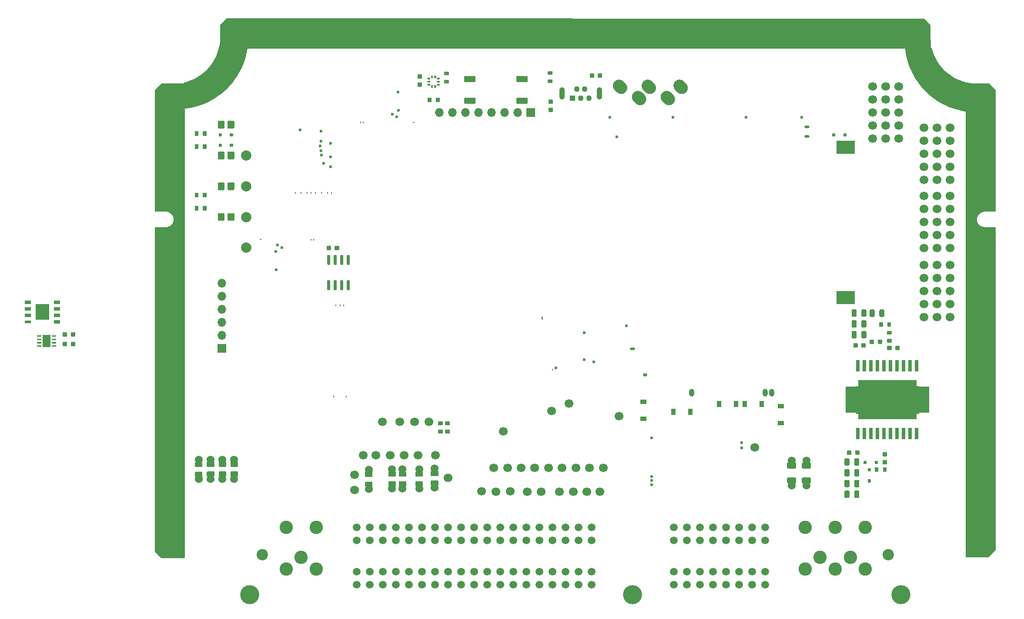
<source format=gts>
G04 #@! TF.GenerationSoftware,KiCad,Pcbnew,8.0.9-8.0.9-0~ubuntu24.04.1*
G04 #@! TF.CreationDate,2026-01-23T21:30:28+00:00*
G04 #@! TF.ProjectId,hellen121vag,68656c6c-656e-4313-9231-7661672e6b69,d*
G04 #@! TF.SameCoordinates,PX2b953a0PY6943058*
G04 #@! TF.FileFunction,Soldermask,Top*
G04 #@! TF.FilePolarity,Negative*
%FSLAX46Y46*%
G04 Gerber Fmt 4.6, Leading zero omitted, Abs format (unit mm)*
G04 Created by KiCad (PCBNEW 8.0.9-8.0.9-0~ubuntu24.04.1) date 2026-01-23 21:30:28*
%MOMM*%
%LPD*%
G01*
G04 APERTURE LIST*
%ADD10C,0.010000*%
%ADD11C,3.700000*%
%ADD12C,2.200000*%
%ADD13C,2.600000*%
%ADD14C,1.500000*%
%ADD15C,1.700000*%
%ADD16C,0.599999*%
%ADD17O,0.499999X0.250000*%
%ADD18O,0.250000X0.499999*%
%ADD19R,1.600000X2.400000*%
%ADD20O,0.200000X0.399999*%
%ADD21O,1.000001X1.500000*%
%ADD22O,0.800001X0.599999*%
%ADD23C,1.524000*%
%ADD24R,1.310000X0.650000*%
%ADD25R,1.310000X0.600000*%
%ADD26R,1.325000X1.500000*%
%ADD27R,1.200000X0.900000*%
%ADD28C,2.000000*%
%ADD29R,0.800000X2.200000*%
%ADD30R,2.032000X5.080000*%
%ADD31C,1.300000*%
%ADD32R,11.430000X7.620000*%
%ADD33R,3.600000X2.600000*%
%ADD34R,0.900000X1.200000*%
%ADD35R,1.700000X1.700000*%
%ADD36O,1.700000X1.700000*%
%ADD37O,1.000001X0.499999*%
%ADD38R,1.100000X1.100000*%
%ADD39C,1.100000*%
%ADD40O,1.100000X2.400000*%
%ADD41O,0.200000X0.499999*%
G04 APERTURE END LIST*
D10*
G04 #@! TO.C,U1*
X137017400Y40845303D02*
X136598850Y40845303D01*
X136598850Y46133763D01*
X137017400Y46133763D01*
X137017400Y40845303D01*
G36*
X137017400Y40845303D02*
G01*
X136598850Y40845303D01*
X136598850Y46133763D01*
X137017400Y46133763D01*
X137017400Y40845303D01*
G37*
X148803000Y40847843D02*
X148402450Y40847843D01*
X148402450Y46133763D01*
X148803000Y46133763D01*
X148803000Y40847843D01*
G36*
X148803000Y40847843D02*
G01*
X148402450Y40847843D01*
X148402450Y46133763D01*
X148803000Y46133763D01*
X148803000Y40847843D01*
G37*
G04 #@! TD*
D11*
G04 #@! TO.C,P1*
X18648000Y5492000D03*
D12*
X21098000Y13292000D03*
D11*
X93148000Y5492000D03*
D12*
X142898000Y13292000D03*
D11*
X145348000Y5492000D03*
D13*
X25748000Y10492000D03*
X31548000Y10492000D03*
X28648000Y12822000D03*
X25748000Y18622000D03*
X31548000Y18622000D03*
D14*
X85168000Y18622000D03*
X82628000Y18622000D03*
X80088000Y18622000D03*
X77548000Y18622000D03*
X75008000Y18622000D03*
X72468000Y18622000D03*
X69928000Y18622000D03*
X67388000Y18622000D03*
X64848000Y18622000D03*
X62308000Y18622000D03*
X59768000Y18622000D03*
X57228000Y18622000D03*
X54688000Y18622000D03*
X52148000Y18622000D03*
X49608000Y18622000D03*
X47068000Y18622000D03*
X44528000Y18622000D03*
X41988000Y18622000D03*
X39448000Y18622000D03*
X85168000Y16082000D03*
X82628000Y16082000D03*
X80088000Y16082000D03*
X77548000Y16082000D03*
X75008000Y16082000D03*
X72468000Y16082000D03*
X69928000Y16082000D03*
X67388000Y16082000D03*
X64848000Y16082000D03*
X62308000Y16082000D03*
X59768000Y16082000D03*
X57228000Y16082000D03*
X54688000Y16082000D03*
X52148000Y16082000D03*
X49608000Y16082000D03*
X47068000Y16082000D03*
X44528000Y16082000D03*
X41988000Y16082000D03*
X39448000Y16082000D03*
X85168000Y10032000D03*
X82628000Y10032000D03*
X80088000Y10032000D03*
X77548000Y10032000D03*
X75008000Y10032000D03*
X72468000Y10032000D03*
X69928000Y10032000D03*
X67388000Y10032000D03*
X64848000Y10032000D03*
X62308000Y10032000D03*
X59768000Y10032000D03*
X57228000Y10032000D03*
X54688000Y10032000D03*
X52148000Y10032000D03*
X49608000Y10032000D03*
X47068000Y10032000D03*
X44528000Y10032000D03*
X41988000Y10032000D03*
X39448000Y10032000D03*
X85168000Y7492000D03*
X82628000Y7492000D03*
X80088000Y7492000D03*
X77548000Y7492000D03*
X75008000Y7492000D03*
X72468000Y7492000D03*
X69928000Y7492000D03*
X67388000Y7492000D03*
X64848000Y7492000D03*
X62308000Y7492000D03*
X59768000Y7492000D03*
X57228000Y7492000D03*
X54688000Y7492000D03*
X52148000Y7492000D03*
X49608000Y7492000D03*
X47068000Y7492000D03*
X44528000Y7492000D03*
X41988000Y7492000D03*
X39448000Y7492000D03*
X101138000Y7492000D03*
X103678000Y7492000D03*
X106218000Y7492000D03*
X108758000Y7492000D03*
X111298000Y7492000D03*
X113838000Y7492000D03*
X116378000Y7492000D03*
X118918000Y7492000D03*
X101138000Y10032000D03*
X103678000Y10032000D03*
X106218000Y10032000D03*
X108758000Y10032000D03*
X111298000Y10032000D03*
X113838000Y10032000D03*
X116378000Y10032000D03*
X118918000Y10032000D03*
X101138000Y16082000D03*
X103678000Y16082000D03*
X106218000Y16082000D03*
X108758000Y16082000D03*
X111298000Y16082000D03*
X113838000Y16082000D03*
X116378000Y16082000D03*
X118918000Y16082000D03*
X101138000Y18622000D03*
X103678000Y18622000D03*
X106218000Y18622000D03*
X108758000Y18622000D03*
X111298000Y18622000D03*
X113838000Y18622000D03*
X116378000Y18622000D03*
X118918000Y18622000D03*
D13*
X126748000Y10492000D03*
X132548000Y10492000D03*
X138448000Y10492000D03*
X129648000Y12822000D03*
X135548000Y12822000D03*
X126748000Y18622000D03*
X132548000Y18622000D03*
X138448000Y18622000D03*
G04 #@! TD*
G04 #@! TO.C,M3*
G36*
G01*
X75642499Y59646377D02*
X75642499Y59196377D01*
G75*
G02*
X75517499Y59071377I-125000J0D01*
G01*
X75517499Y59071377D01*
G75*
G02*
X75392499Y59196377I0J125000D01*
G01*
X75392499Y59646377D01*
G75*
G02*
X75517499Y59771377I125000J0D01*
G01*
X75517499Y59771377D01*
G75*
G02*
X75642499Y59646377I0J-125000D01*
G01*
G37*
G04 #@! TD*
G04 #@! TO.C,U3*
G36*
G01*
X34145000Y64850000D02*
X33845000Y64850000D01*
G75*
G02*
X33695000Y65000000I0J150000D01*
G01*
X33695000Y66650000D01*
G75*
G02*
X33845000Y66800000I150000J0D01*
G01*
X34145000Y66800000D01*
G75*
G02*
X34295000Y66650000I0J-150000D01*
G01*
X34295000Y65000000D01*
G75*
G02*
X34145000Y64850000I-150000J0D01*
G01*
G37*
G36*
G01*
X35415000Y64850000D02*
X35115000Y64850000D01*
G75*
G02*
X34965000Y65000000I0J150000D01*
G01*
X34965000Y66650000D01*
G75*
G02*
X35115000Y66800000I150000J0D01*
G01*
X35415000Y66800000D01*
G75*
G02*
X35565000Y66650000I0J-150000D01*
G01*
X35565000Y65000000D01*
G75*
G02*
X35415000Y64850000I-150000J0D01*
G01*
G37*
G36*
G01*
X36685000Y64850000D02*
X36385000Y64850000D01*
G75*
G02*
X36235000Y65000000I0J150000D01*
G01*
X36235000Y66650000D01*
G75*
G02*
X36385000Y66800000I150000J0D01*
G01*
X36685000Y66800000D01*
G75*
G02*
X36835000Y66650000I0J-150000D01*
G01*
X36835000Y65000000D01*
G75*
G02*
X36685000Y64850000I-150000J0D01*
G01*
G37*
G36*
G01*
X37955000Y64850000D02*
X37655000Y64850000D01*
G75*
G02*
X37505000Y65000000I0J150000D01*
G01*
X37505000Y66650000D01*
G75*
G02*
X37655000Y66800000I150000J0D01*
G01*
X37955000Y66800000D01*
G75*
G02*
X38105000Y66650000I0J-150000D01*
G01*
X38105000Y65000000D01*
G75*
G02*
X37955000Y64850000I-150000J0D01*
G01*
G37*
G36*
G01*
X37955000Y69800000D02*
X37655000Y69800000D01*
G75*
G02*
X37505000Y69950000I0J150000D01*
G01*
X37505000Y71600000D01*
G75*
G02*
X37655000Y71750000I150000J0D01*
G01*
X37955000Y71750000D01*
G75*
G02*
X38105000Y71600000I0J-150000D01*
G01*
X38105000Y69950000D01*
G75*
G02*
X37955000Y69800000I-150000J0D01*
G01*
G37*
G36*
G01*
X36685000Y69800000D02*
X36385000Y69800000D01*
G75*
G02*
X36235000Y69950000I0J150000D01*
G01*
X36235000Y71600000D01*
G75*
G02*
X36385000Y71750000I150000J0D01*
G01*
X36685000Y71750000D01*
G75*
G02*
X36835000Y71600000I0J-150000D01*
G01*
X36835000Y69950000D01*
G75*
G02*
X36685000Y69800000I-150000J0D01*
G01*
G37*
G36*
G01*
X35415000Y69800000D02*
X35115000Y69800000D01*
G75*
G02*
X34965000Y69950000I0J150000D01*
G01*
X34965000Y71600000D01*
G75*
G02*
X35115000Y71750000I150000J0D01*
G01*
X35415000Y71750000D01*
G75*
G02*
X35565000Y71600000I0J-150000D01*
G01*
X35565000Y69950000D01*
G75*
G02*
X35415000Y69800000I-150000J0D01*
G01*
G37*
G36*
G01*
X34145000Y69800000D02*
X33845000Y69800000D01*
G75*
G02*
X33695000Y69950000I0J150000D01*
G01*
X33695000Y71600000D01*
G75*
G02*
X33845000Y71750000I150000J0D01*
G01*
X34145000Y71750000D01*
G75*
G02*
X34295000Y71600000I0J-150000D01*
G01*
X34295000Y69950000D01*
G75*
G02*
X34145000Y69800000I-150000J0D01*
G01*
G37*
G04 #@! TD*
D15*
G04 #@! TO.C,P2*
X44450000Y39198941D03*
G04 #@! TD*
G04 #@! TO.C,R22*
G36*
G01*
X143450000Y58565000D02*
X143450000Y57785000D01*
G75*
G02*
X143380000Y57715000I-70000J0D01*
G01*
X142820000Y57715000D01*
G75*
G02*
X142750000Y57785000I0J70000D01*
G01*
X142750000Y58565000D01*
G75*
G02*
X142820000Y58635000I70000J0D01*
G01*
X143380000Y58635000D01*
G75*
G02*
X143450000Y58565000I0J-70000D01*
G01*
G37*
G36*
G01*
X141850000Y58565000D02*
X141850000Y57785000D01*
G75*
G02*
X141780000Y57715000I-70000J0D01*
G01*
X141220000Y57715000D01*
G75*
G02*
X141150000Y57785000I0J70000D01*
G01*
X141150000Y58565000D01*
G75*
G02*
X141220000Y58635000I70000J0D01*
G01*
X141780000Y58635000D01*
G75*
G02*
X141850000Y58565000I0J-70000D01*
G01*
G37*
G04 #@! TD*
G04 #@! TO.C,C15*
G36*
G01*
X51360000Y106915001D02*
X52040000Y106915001D01*
G75*
G02*
X52125000Y106830001I0J-85000D01*
G01*
X52125000Y106150001D01*
G75*
G02*
X52040000Y106065001I-85000J0D01*
G01*
X51360000Y106065001D01*
G75*
G02*
X51275000Y106150001I0J85000D01*
G01*
X51275000Y106830001D01*
G75*
G02*
X51360000Y106915001I85000J0D01*
G01*
G37*
G36*
G01*
X51360000Y105334999D02*
X52040000Y105334999D01*
G75*
G02*
X52125000Y105249999I0J-85000D01*
G01*
X52125000Y104569999D01*
G75*
G02*
X52040000Y104484999I-85000J0D01*
G01*
X51360000Y104484999D01*
G75*
G02*
X51275000Y104569999I0J85000D01*
G01*
X51275000Y105249999D01*
G75*
G02*
X51360000Y105334999I85000J0D01*
G01*
G37*
G04 #@! TD*
G04 #@! TO.C,C6*
G36*
G01*
X77540000Y99584999D02*
X76860000Y99584999D01*
G75*
G02*
X76775000Y99669999I0J85000D01*
G01*
X76775000Y100349999D01*
G75*
G02*
X76860000Y100434999I85000J0D01*
G01*
X77540000Y100434999D01*
G75*
G02*
X77625000Y100349999I0J-85000D01*
G01*
X77625000Y99669999D01*
G75*
G02*
X77540000Y99584999I-85000J0D01*
G01*
G37*
G36*
G01*
X77540000Y101165001D02*
X76860000Y101165001D01*
G75*
G02*
X76775000Y101250001I0J85000D01*
G01*
X76775000Y101930001D01*
G75*
G02*
X76860000Y102015001I85000J0D01*
G01*
X77540000Y102015001D01*
G75*
G02*
X77625000Y101930001I0J-85000D01*
G01*
X77625000Y101250001D01*
G75*
G02*
X77540000Y101165001I-85000J0D01*
G01*
G37*
G04 #@! TD*
D16*
G04 #@! TO.C,M11*
X96809400Y36036600D03*
X96809400Y28536600D03*
X96809400Y27736600D03*
X96809400Y26936600D03*
X114334400Y34136600D03*
X114334400Y35136600D03*
G04 #@! TD*
D15*
G04 #@! TO.C,G5*
X149860000Y73050000D03*
X149860000Y75590000D03*
X149860000Y78130000D03*
X149860000Y80670000D03*
X149860000Y83210000D03*
X152400000Y73050000D03*
X152400000Y75590000D03*
X152400000Y78130000D03*
X152400000Y80670000D03*
X152400000Y83210000D03*
X154940000Y73050000D03*
X154940000Y75590000D03*
X154940000Y78130000D03*
X154940000Y80670000D03*
X154940000Y83210000D03*
G04 #@! TD*
D17*
G04 #@! TO.C,M1*
X50537495Y97531666D03*
D18*
X40187501Y97581664D03*
X40687502Y97581664D03*
D16*
X47237499Y98631662D03*
X46362497Y99156662D03*
X47537501Y99906660D03*
X47462498Y103456661D03*
G04 #@! TD*
D15*
G04 #@! TO.C,P17*
X57200000Y28275000D03*
G04 #@! TD*
G04 #@! TO.C,U5*
G36*
G01*
X-22772501Y55839986D02*
X-22772501Y55989986D01*
G75*
G02*
X-22697501Y56064986I75000J0D01*
G01*
X-21997501Y56064986D01*
G75*
G02*
X-21922501Y55989986I0J-75000D01*
G01*
X-21922501Y55839986D01*
G75*
G02*
X-21997501Y55764986I-75000J0D01*
G01*
X-22697501Y55764986D01*
G75*
G02*
X-22772501Y55839986I0J75000D01*
G01*
G37*
G36*
G01*
X-22772501Y55189986D02*
X-22772501Y55339986D01*
G75*
G02*
X-22697501Y55414986I75000J0D01*
G01*
X-21997501Y55414986D01*
G75*
G02*
X-21922501Y55339986I0J-75000D01*
G01*
X-21922501Y55189986D01*
G75*
G02*
X-21997501Y55114986I-75000J0D01*
G01*
X-22697501Y55114986D01*
G75*
G02*
X-22772501Y55189986I0J75000D01*
G01*
G37*
G36*
G01*
X-22772501Y54539986D02*
X-22772501Y54689986D01*
G75*
G02*
X-22697501Y54764986I75000J0D01*
G01*
X-21997501Y54764986D01*
G75*
G02*
X-21922501Y54689986I0J-75000D01*
G01*
X-21922501Y54539986D01*
G75*
G02*
X-21997501Y54464986I-75000J0D01*
G01*
X-22697501Y54464986D01*
G75*
G02*
X-22772501Y54539986I0J75000D01*
G01*
G37*
G36*
G01*
X-22772501Y53889986D02*
X-22772501Y54039986D01*
G75*
G02*
X-22697501Y54114986I75000J0D01*
G01*
X-21997501Y54114986D01*
G75*
G02*
X-21922501Y54039986I0J-75000D01*
G01*
X-21922501Y53889986D01*
G75*
G02*
X-21997501Y53814986I-75000J0D01*
G01*
X-22697501Y53814986D01*
G75*
G02*
X-22772501Y53889986I0J75000D01*
G01*
G37*
G36*
G01*
X-19872501Y53889986D02*
X-19872501Y54039986D01*
G75*
G02*
X-19797501Y54114986I75000J0D01*
G01*
X-19097501Y54114986D01*
G75*
G02*
X-19022501Y54039986I0J-75000D01*
G01*
X-19022501Y53889986D01*
G75*
G02*
X-19097501Y53814986I-75000J0D01*
G01*
X-19797501Y53814986D01*
G75*
G02*
X-19872501Y53889986I0J75000D01*
G01*
G37*
G36*
G01*
X-19872501Y54539986D02*
X-19872501Y54689986D01*
G75*
G02*
X-19797501Y54764986I75000J0D01*
G01*
X-19097501Y54764986D01*
G75*
G02*
X-19022501Y54689986I0J-75000D01*
G01*
X-19022501Y54539986D01*
G75*
G02*
X-19097501Y54464986I-75000J0D01*
G01*
X-19797501Y54464986D01*
G75*
G02*
X-19872501Y54539986I0J75000D01*
G01*
G37*
G36*
G01*
X-19872501Y55189986D02*
X-19872501Y55339986D01*
G75*
G02*
X-19797501Y55414986I75000J0D01*
G01*
X-19097501Y55414986D01*
G75*
G02*
X-19022501Y55339986I0J-75000D01*
G01*
X-19022501Y55189986D01*
G75*
G02*
X-19097501Y55114986I-75000J0D01*
G01*
X-19797501Y55114986D01*
G75*
G02*
X-19872501Y55189986I0J75000D01*
G01*
G37*
G36*
G01*
X-19872501Y55839986D02*
X-19872501Y55989986D01*
G75*
G02*
X-19797501Y56064986I75000J0D01*
G01*
X-19097501Y56064986D01*
G75*
G02*
X-19022501Y55989986I0J-75000D01*
G01*
X-19022501Y55839986D01*
G75*
G02*
X-19097501Y55764986I-75000J0D01*
G01*
X-19797501Y55764986D01*
G75*
G02*
X-19872501Y55839986I0J75000D01*
G01*
G37*
D19*
X-20897501Y54939986D03*
G04 #@! TD*
D20*
G04 #@! TO.C,M7*
X34517335Y83814583D03*
X33757356Y83814583D03*
X32582363Y83814583D03*
X31407376Y83814583D03*
X30567464Y83814583D03*
X29817392Y83814583D03*
X28642381Y83814583D03*
X27467384Y83814583D03*
D16*
X32507387Y93914190D03*
X34342397Y93489182D03*
X32292389Y92939185D03*
X32507384Y92064226D03*
X32582391Y91214203D03*
X34342397Y90889187D03*
X33032397Y89589220D03*
X34342397Y88939203D03*
X28417382Y96114206D03*
X32492388Y95814204D03*
G04 #@! TD*
D21*
G04 #@! TO.C,M6*
X120232431Y44851221D03*
X118976566Y44851221D03*
X104601540Y44851221D03*
D22*
X95546542Y48347505D03*
G04 #@! TD*
D15*
G04 #@! TO.C,P5*
X50675000Y39173941D03*
G04 #@! TD*
G04 #@! TO.C,P61*
X40675000Y32675000D03*
G04 #@! TD*
G04 #@! TO.C,P44*
X76744800Y30212600D03*
G04 #@! TD*
G04 #@! TO.C,P16*
X68000000Y37375000D03*
G04 #@! TD*
G04 #@! TO.C,C18*
G36*
G01*
X-17752501Y53985000D02*
X-17752501Y54665000D01*
G75*
G02*
X-17667501Y54750000I85000J0D01*
G01*
X-16987501Y54750000D01*
G75*
G02*
X-16902501Y54665000I0J-85000D01*
G01*
X-16902501Y53985000D01*
G75*
G02*
X-16987501Y53900000I-85000J0D01*
G01*
X-17667501Y53900000D01*
G75*
G02*
X-17752501Y53985000I0J85000D01*
G01*
G37*
G36*
G01*
X-16172499Y53985000D02*
X-16172499Y54665000D01*
G75*
G02*
X-16087499Y54750000I85000J0D01*
G01*
X-15407499Y54750000D01*
G75*
G02*
X-15322499Y54665000I0J-85000D01*
G01*
X-15322499Y53985000D01*
G75*
G02*
X-15407499Y53900000I-85000J0D01*
G01*
X-16087499Y53900000D01*
G75*
G02*
X-16172499Y53985000I0J85000D01*
G01*
G37*
G04 #@! TD*
G04 #@! TO.C,D8*
G36*
G01*
X14312000Y90505000D02*
X14312000Y91745000D01*
G75*
G02*
X14442000Y91875000I130000J0D01*
G01*
X15482000Y91875000D01*
G75*
G02*
X15612000Y91745000I0J-130000D01*
G01*
X15612000Y90505000D01*
G75*
G02*
X15482000Y90375000I-130000J0D01*
G01*
X14442000Y90375000D01*
G75*
G02*
X14312000Y90505000I0J130000D01*
G01*
G37*
G36*
G01*
X12411979Y90505000D02*
X12411979Y91745000D01*
G75*
G02*
X12541979Y91875000I130000J0D01*
G01*
X13581979Y91875000D01*
G75*
G02*
X13711979Y91745000I0J-130000D01*
G01*
X13711979Y90505000D01*
G75*
G02*
X13581979Y90375000I-130000J0D01*
G01*
X12541979Y90375000D01*
G75*
G02*
X12411979Y90505000I0J130000D01*
G01*
G37*
G04 #@! TD*
G04 #@! TO.C,P6*
X116936200Y34225800D03*
G04 #@! TD*
G04 #@! TO.C,P66*
X79419800Y30212600D03*
G04 #@! TD*
G04 #@! TO.C,P12*
X69300000Y25625000D03*
G04 #@! TD*
G04 #@! TO.C,P13*
X66575000Y25550000D03*
G04 #@! TD*
D23*
G04 #@! TO.C,R13*
X8700000Y31830000D03*
G36*
G01*
X8075000Y31375001D02*
X9325000Y31375001D01*
G75*
G02*
X9425000Y31275001I0J-100000D01*
G01*
X9425000Y30475001D01*
G75*
G02*
X9325000Y30375001I-100000J0D01*
G01*
X8075000Y30375001D01*
G75*
G02*
X7975000Y30475001I0J100000D01*
G01*
X7975000Y31275001D01*
G75*
G02*
X8075000Y31375001I100000J0D01*
G01*
G37*
G36*
G01*
X8075000Y29474979D02*
X9325000Y29474979D01*
G75*
G02*
X9425000Y29374979I0J-100000D01*
G01*
X9425000Y28574979D01*
G75*
G02*
X9325000Y28474979I-100000J0D01*
G01*
X8075000Y28474979D01*
G75*
G02*
X7975000Y28574979I0J100000D01*
G01*
X7975000Y29374979D01*
G75*
G02*
X8075000Y29474979I100000J0D01*
G01*
G37*
X8700000Y28020000D03*
G04 #@! TD*
D15*
G04 #@! TO.C,G2*
X149860000Y86360000D03*
X149860000Y88900000D03*
X149860000Y91440000D03*
X149860000Y93980000D03*
X149860000Y96520000D03*
X152400000Y86360000D03*
X152400000Y88900000D03*
X152400000Y91440000D03*
X152400000Y93980000D03*
X152400000Y96520000D03*
X154940000Y86360000D03*
X154940000Y88900000D03*
X154940000Y91440000D03*
X154940000Y93980000D03*
X154940000Y96520000D03*
G04 #@! TD*
D23*
G04 #@! TO.C,R4*
X54600000Y26295000D03*
G36*
G01*
X55225000Y26749999D02*
X53975000Y26749999D01*
G75*
G02*
X53875000Y26849999I0J100000D01*
G01*
X53875000Y27649999D01*
G75*
G02*
X53975000Y27749999I100000J0D01*
G01*
X55225000Y27749999D01*
G75*
G02*
X55325000Y27649999I0J-100000D01*
G01*
X55325000Y26849999D01*
G75*
G02*
X55225000Y26749999I-100000J0D01*
G01*
G37*
G36*
G01*
X55225000Y28650021D02*
X53975000Y28650021D01*
G75*
G02*
X53875000Y28750021I0J100000D01*
G01*
X53875000Y29550021D01*
G75*
G02*
X53975000Y29650021I100000J0D01*
G01*
X55225000Y29650021D01*
G75*
G02*
X55325000Y29550021I0J-100000D01*
G01*
X55325000Y28750021D01*
G75*
G02*
X55225000Y28650021I-100000J0D01*
G01*
G37*
X54600000Y30105000D03*
G04 #@! TD*
D15*
G04 #@! TO.C,P63*
X86775000Y25575000D03*
G04 #@! TD*
G04 #@! TO.C,P4*
X53500000Y39173941D03*
G04 #@! TD*
G04 #@! TO.C,R16*
G36*
G01*
X10212000Y95790000D02*
X10212000Y95010000D01*
G75*
G02*
X10142000Y94940000I-70000J0D01*
G01*
X9582000Y94940000D01*
G75*
G02*
X9512000Y95010000I0J70000D01*
G01*
X9512000Y95790000D01*
G75*
G02*
X9582000Y95860000I70000J0D01*
G01*
X10142000Y95860000D01*
G75*
G02*
X10212000Y95790000I0J-70000D01*
G01*
G37*
G36*
G01*
X8612000Y95790000D02*
X8612000Y95010000D01*
G75*
G02*
X8542000Y94940000I-70000J0D01*
G01*
X7982000Y94940000D01*
G75*
G02*
X7912000Y95010000I0J70000D01*
G01*
X7912000Y95790000D01*
G75*
G02*
X7982000Y95860000I70000J0D01*
G01*
X8542000Y95860000D01*
G75*
G02*
X8612000Y95790000I0J-70000D01*
G01*
G37*
G04 #@! TD*
G04 #@! TO.C,C5*
G36*
G01*
X145122001Y53932163D02*
X145122001Y53252163D01*
G75*
G02*
X145037001Y53167163I-85000J0D01*
G01*
X144357001Y53167163D01*
G75*
G02*
X144272001Y53252163I0J85000D01*
G01*
X144272001Y53932163D01*
G75*
G02*
X144357001Y54017163I85000J0D01*
G01*
X145037001Y54017163D01*
G75*
G02*
X145122001Y53932163I0J-85000D01*
G01*
G37*
G36*
G01*
X143541999Y53932163D02*
X143541999Y53252163D01*
G75*
G02*
X143456999Y53167163I-85000J0D01*
G01*
X142776999Y53167163D01*
G75*
G02*
X142691999Y53252163I0J85000D01*
G01*
X142691999Y53932163D01*
G75*
G02*
X142776999Y54017163I85000J0D01*
G01*
X143456999Y54017163D01*
G75*
G02*
X143541999Y53932163I0J-85000D01*
G01*
G37*
G04 #@! TD*
G04 #@! TO.C,C11*
G36*
G01*
X134362000Y30900000D02*
X134362000Y31850000D01*
G75*
G02*
X134612000Y32100000I250000J0D01*
G01*
X135112000Y32100000D01*
G75*
G02*
X135362000Y31850000I0J-250000D01*
G01*
X135362000Y30900000D01*
G75*
G02*
X135112000Y30650000I-250000J0D01*
G01*
X134612000Y30650000D01*
G75*
G02*
X134362000Y30900000I0J250000D01*
G01*
G37*
G36*
G01*
X136262000Y30900000D02*
X136262000Y31850000D01*
G75*
G02*
X136512000Y32100000I250000J0D01*
G01*
X137012000Y32100000D01*
G75*
G02*
X137262000Y31850000I0J-250000D01*
G01*
X137262000Y30900000D01*
G75*
G02*
X137012000Y30650000I-250000J0D01*
G01*
X136512000Y30650000D01*
G75*
G02*
X136262000Y30900000I0J250000D01*
G01*
G37*
G04 #@! TD*
D18*
G04 #@! TO.C,M5*
X35362524Y61926574D03*
X36237524Y61926574D03*
X36937525Y61926574D03*
X37387524Y44101576D03*
X34987521Y44101576D03*
G04 #@! TD*
D15*
G04 #@! TO.C,P28*
X74094800Y30212600D03*
G04 #@! TD*
G04 #@! TO.C,P74*
X45925000Y32675000D03*
G04 #@! TD*
D23*
G04 #@! TO.C,R8*
X48350000Y29955000D03*
G36*
G01*
X47725000Y29500001D02*
X48975000Y29500001D01*
G75*
G02*
X49075000Y29400001I0J-100000D01*
G01*
X49075000Y28600001D01*
G75*
G02*
X48975000Y28500001I-100000J0D01*
G01*
X47725000Y28500001D01*
G75*
G02*
X47625000Y28600001I0J100000D01*
G01*
X47625000Y29400001D01*
G75*
G02*
X47725000Y29500001I100000J0D01*
G01*
G37*
G36*
G01*
X47725000Y27599979D02*
X48975000Y27599979D01*
G75*
G02*
X49075000Y27499979I0J-100000D01*
G01*
X49075000Y26699979D01*
G75*
G02*
X48975000Y26599979I-100000J0D01*
G01*
X47725000Y26599979D01*
G75*
G02*
X47625000Y26699979I0J100000D01*
G01*
X47625000Y27499979D01*
G75*
G02*
X47725000Y27599979I100000J0D01*
G01*
G37*
X48350000Y26145000D03*
G04 #@! TD*
D24*
G04 #@! TO.C,U4*
X-24582500Y62530000D03*
X-24582500Y61260000D03*
X-24582500Y59990000D03*
D25*
X-24582500Y58720000D03*
D24*
X-18892500Y58720000D03*
X-18892500Y59990000D03*
X-18892500Y61260000D03*
X-18892500Y62530000D03*
D26*
X-22400000Y61375000D03*
X-22400000Y59875000D03*
D14*
X-21737500Y60625000D03*
D26*
X-21075000Y61375000D03*
X-21075000Y59875000D03*
G04 #@! TD*
D23*
G04 #@! TO.C,F1*
X124075000Y26775000D03*
G36*
G01*
X124975000Y28119990D02*
X124975000Y27429990D01*
G75*
G02*
X124745000Y27199990I-230000J0D01*
G01*
X123405000Y27199990D01*
G75*
G02*
X123175000Y27429990I0J230000D01*
G01*
X123175000Y28119990D01*
G75*
G02*
X123405000Y28349990I230000J0D01*
G01*
X124745000Y28349990D01*
G75*
G02*
X124975000Y28119990I0J-230000D01*
G01*
G37*
G36*
G01*
X124975000Y31020010D02*
X124975000Y30330010D01*
G75*
G02*
X124745000Y30100010I-230000J0D01*
G01*
X123405000Y30100010D01*
G75*
G02*
X123175000Y30330010I0J230000D01*
G01*
X123175000Y31020010D01*
G75*
G02*
X123405000Y31250010I230000J0D01*
G01*
X124745000Y31250010D01*
G75*
G02*
X124975000Y31020010I0J-230000D01*
G01*
G37*
X124075000Y31675000D03*
G04 #@! TD*
D27*
G04 #@! TO.C,D10*
X122016200Y38951200D03*
X122016200Y42251200D03*
G04 #@! TD*
D28*
G04 #@! TO.C,J2*
X17962000Y91125000D03*
G04 #@! TD*
D29*
G04 #@! TO.C,U1*
X136992000Y36892163D03*
X138262000Y36892163D03*
X139532000Y36892163D03*
X140802000Y36892163D03*
X142072000Y36892163D03*
X143342000Y36892163D03*
X144612000Y36892163D03*
X145882000Y36892163D03*
X147152000Y36892163D03*
X148422000Y36892163D03*
X148422000Y50092163D03*
X147152000Y50092163D03*
X145882000Y50092163D03*
X144612000Y50092163D03*
X143342000Y50092163D03*
X142072000Y50092163D03*
X140802000Y50092163D03*
X139532000Y50092163D03*
X138262000Y50092163D03*
X136992000Y50092163D03*
D30*
X135595000Y43492163D03*
D31*
X137707000Y46492163D03*
X137707000Y43492163D03*
X137707000Y40492163D03*
X142707000Y46492163D03*
X142707000Y43492163D03*
D32*
X142707000Y43492163D03*
D31*
X142707000Y40492163D03*
X147707000Y46492163D03*
X147707000Y43492163D03*
X147707000Y40492163D03*
D30*
X149819000Y43492163D03*
G04 #@! TD*
G04 #@! TO.C,R21*
G36*
G01*
X10212000Y81240000D02*
X10212000Y80460000D01*
G75*
G02*
X10142000Y80390000I-70000J0D01*
G01*
X9582000Y80390000D01*
G75*
G02*
X9512000Y80460000I0J70000D01*
G01*
X9512000Y81240000D01*
G75*
G02*
X9582000Y81310000I70000J0D01*
G01*
X10142000Y81310000D01*
G75*
G02*
X10212000Y81240000I0J-70000D01*
G01*
G37*
G36*
G01*
X8612000Y81240000D02*
X8612000Y80460000D01*
G75*
G02*
X8542000Y80390000I-70000J0D01*
G01*
X7982000Y80390000D01*
G75*
G02*
X7912000Y80460000I0J70000D01*
G01*
X7912000Y81240000D01*
G75*
G02*
X7982000Y81310000I70000J0D01*
G01*
X8542000Y81310000D01*
G75*
G02*
X8612000Y81240000I0J-70000D01*
G01*
G37*
G04 #@! TD*
D17*
G04 #@! TO.C,M10*
X20725007Y74749997D03*
D18*
X31075001Y74699999D03*
X30575000Y74699999D03*
D16*
X24025003Y73650001D03*
X24900005Y73125001D03*
X23725001Y72375003D03*
X23800004Y68825002D03*
G04 #@! TD*
G04 #@! TO.C,D4*
G36*
G01*
X14312000Y96505000D02*
X14312000Y97745000D01*
G75*
G02*
X14442000Y97875000I130000J0D01*
G01*
X15482000Y97875000D01*
G75*
G02*
X15612000Y97745000I0J-130000D01*
G01*
X15612000Y96505000D01*
G75*
G02*
X15482000Y96375000I-130000J0D01*
G01*
X14442000Y96375000D01*
G75*
G02*
X14312000Y96505000I0J130000D01*
G01*
G37*
G36*
G01*
X12411979Y96505000D02*
X12411979Y97745000D01*
G75*
G02*
X12541979Y97875000I130000J0D01*
G01*
X13581979Y97875000D01*
G75*
G02*
X13711979Y97745000I0J-130000D01*
G01*
X13711979Y96505000D01*
G75*
G02*
X13581979Y96375000I-130000J0D01*
G01*
X12541979Y96375000D01*
G75*
G02*
X12411979Y96505000I0J130000D01*
G01*
G37*
G04 #@! TD*
G04 #@! TO.C,C16*
G36*
G01*
X36015001Y73440000D02*
X36015001Y72760000D01*
G75*
G02*
X35930001Y72675000I-85000J0D01*
G01*
X35250001Y72675000D01*
G75*
G02*
X35165001Y72760000I0J85000D01*
G01*
X35165001Y73440000D01*
G75*
G02*
X35250001Y73525000I85000J0D01*
G01*
X35930001Y73525000D01*
G75*
G02*
X36015001Y73440000I0J-85000D01*
G01*
G37*
G36*
G01*
X34434999Y73440000D02*
X34434999Y72760000D01*
G75*
G02*
X34349999Y72675000I-85000J0D01*
G01*
X33669999Y72675000D01*
G75*
G02*
X33584999Y72760000I0J85000D01*
G01*
X33584999Y73440000D01*
G75*
G02*
X33669999Y73525000I85000J0D01*
G01*
X34349999Y73525000D01*
G75*
G02*
X34434999Y73440000I0J-85000D01*
G01*
G37*
G04 #@! TD*
G04 #@! TO.C,S1*
G36*
G01*
X60482000Y106600001D02*
X62442000Y106600001D01*
G75*
G02*
X62562000Y106480001I0J-120000D01*
G01*
X62562000Y105520001D01*
G75*
G02*
X62442000Y105400001I-120000J0D01*
G01*
X60482000Y105400001D01*
G75*
G02*
X60362000Y105520001I0J120000D01*
G01*
X60362000Y106480001D01*
G75*
G02*
X60482000Y106600001I120000J0D01*
G01*
G37*
G36*
G01*
X60482000Y102400000D02*
X62442000Y102400000D01*
G75*
G02*
X62562000Y102280000I0J-120000D01*
G01*
X62562000Y101320000D01*
G75*
G02*
X62442000Y101200000I-120000J0D01*
G01*
X60482000Y101200000D01*
G75*
G02*
X60362000Y101320000I0J120000D01*
G01*
X60362000Y102280000D01*
G75*
G02*
X60482000Y102400000I120000J0D01*
G01*
G37*
G04 #@! TD*
D15*
G04 #@! TO.C,P67*
X82112800Y30212600D03*
G04 #@! TD*
D33*
G04 #@! TO.C,BT1*
X134600000Y92700000D03*
X134600000Y63400000D03*
G04 #@! TD*
D15*
G04 #@! TO.C,P9*
X71444800Y30212600D03*
G04 #@! TD*
G04 #@! TO.C,C19*
G36*
G01*
X-17752501Y55925000D02*
X-17752501Y56605000D01*
G75*
G02*
X-17667501Y56690000I85000J0D01*
G01*
X-16987501Y56690000D01*
G75*
G02*
X-16902501Y56605000I0J-85000D01*
G01*
X-16902501Y55925000D01*
G75*
G02*
X-16987501Y55840000I-85000J0D01*
G01*
X-17667501Y55840000D01*
G75*
G02*
X-17752501Y55925000I0J85000D01*
G01*
G37*
G36*
G01*
X-16172499Y55925000D02*
X-16172499Y56605000D01*
G75*
G02*
X-16087499Y56690000I85000J0D01*
G01*
X-15407499Y56690000D01*
G75*
G02*
X-15322499Y56605000I0J-85000D01*
G01*
X-15322499Y55925000D01*
G75*
G02*
X-15407499Y55840000I-85000J0D01*
G01*
X-16087499Y55840000D01*
G75*
G02*
X-16172499Y55925000I0J85000D01*
G01*
G37*
G04 #@! TD*
G04 #@! TO.C,R5*
G36*
G01*
X142717000Y56942163D02*
X143497000Y56942163D01*
G75*
G02*
X143567000Y56872163I0J-70000D01*
G01*
X143567000Y56312163D01*
G75*
G02*
X143497000Y56242163I-70000J0D01*
G01*
X142717000Y56242163D01*
G75*
G02*
X142647000Y56312163I0J70000D01*
G01*
X142647000Y56872163D01*
G75*
G02*
X142717000Y56942163I70000J0D01*
G01*
G37*
G36*
G01*
X142717000Y55342163D02*
X143497000Y55342163D01*
G75*
G02*
X143567000Y55272163I0J-70000D01*
G01*
X143567000Y54712163D01*
G75*
G02*
X143497000Y54642163I-70000J0D01*
G01*
X142717000Y54642163D01*
G75*
G02*
X142647000Y54712163I0J70000D01*
G01*
X142647000Y55272163D01*
G75*
G02*
X142717000Y55342163I70000J0D01*
G01*
G37*
G04 #@! TD*
G04 #@! TO.C,P7*
X90500000Y40325000D03*
G04 #@! TD*
G04 #@! TO.C,U2*
G36*
G01*
X54200000Y104300000D02*
X54000000Y104300000D01*
G75*
G02*
X53900000Y104400000I0J100000D01*
G01*
X53900000Y104750000D01*
G75*
G02*
X54000000Y104850000I100000J0D01*
G01*
X54200000Y104850000D01*
G75*
G02*
X54300000Y104750000I0J-100000D01*
G01*
X54300000Y104400000D01*
G75*
G02*
X54200000Y104300000I-100000J0D01*
G01*
G37*
G36*
G01*
X54800000Y104300000D02*
X54600000Y104300000D01*
G75*
G02*
X54500000Y104400000I0J100000D01*
G01*
X54500000Y104750000D01*
G75*
G02*
X54600000Y104850000I100000J0D01*
G01*
X54800000Y104850000D01*
G75*
G02*
X54900000Y104750000I0J-100000D01*
G01*
X54900000Y104400000D01*
G75*
G02*
X54800000Y104300000I-100000J0D01*
G01*
G37*
G36*
G01*
X55500000Y104700000D02*
X55150000Y104700000D01*
G75*
G02*
X55050000Y104800000I0J100000D01*
G01*
X55050000Y105000000D01*
G75*
G02*
X55150000Y105100000I100000J0D01*
G01*
X55500000Y105100000D01*
G75*
G02*
X55600000Y105000000I0J-100000D01*
G01*
X55600000Y104800000D01*
G75*
G02*
X55500000Y104700000I-100000J0D01*
G01*
G37*
G36*
G01*
X55500000Y105300000D02*
X55150000Y105300000D01*
G75*
G02*
X55050000Y105400000I0J100000D01*
G01*
X55050000Y105600000D01*
G75*
G02*
X55150000Y105700000I100000J0D01*
G01*
X55500000Y105700000D01*
G75*
G02*
X55600000Y105600000I0J-100000D01*
G01*
X55600000Y105400000D01*
G75*
G02*
X55500000Y105300000I-100000J0D01*
G01*
G37*
G36*
G01*
X55500000Y105900000D02*
X55150000Y105900000D01*
G75*
G02*
X55050000Y106000000I0J100000D01*
G01*
X55050000Y106200000D01*
G75*
G02*
X55150000Y106300000I100000J0D01*
G01*
X55500000Y106300000D01*
G75*
G02*
X55600000Y106200000I0J-100000D01*
G01*
X55600000Y106000000D01*
G75*
G02*
X55500000Y105900000I-100000J0D01*
G01*
G37*
G36*
G01*
X54800000Y106150000D02*
X54600000Y106150000D01*
G75*
G02*
X54500000Y106250000I0J100000D01*
G01*
X54500000Y106600000D01*
G75*
G02*
X54600000Y106700000I100000J0D01*
G01*
X54800000Y106700000D01*
G75*
G02*
X54900000Y106600000I0J-100000D01*
G01*
X54900000Y106250000D01*
G75*
G02*
X54800000Y106150000I-100000J0D01*
G01*
G37*
G36*
G01*
X54200000Y106150000D02*
X54000000Y106150000D01*
G75*
G02*
X53900000Y106250000I0J100000D01*
G01*
X53900000Y106600000D01*
G75*
G02*
X54000000Y106700000I100000J0D01*
G01*
X54200000Y106700000D01*
G75*
G02*
X54300000Y106600000I0J-100000D01*
G01*
X54300000Y106250000D01*
G75*
G02*
X54200000Y106150000I-100000J0D01*
G01*
G37*
G36*
G01*
X53650000Y105900000D02*
X53300000Y105900000D01*
G75*
G02*
X53200000Y106000000I0J100000D01*
G01*
X53200000Y106200000D01*
G75*
G02*
X53300000Y106300000I100000J0D01*
G01*
X53650000Y106300000D01*
G75*
G02*
X53750000Y106200000I0J-100000D01*
G01*
X53750000Y106000000D01*
G75*
G02*
X53650000Y105900000I-100000J0D01*
G01*
G37*
G36*
G01*
X53650000Y105300000D02*
X53300000Y105300000D01*
G75*
G02*
X53200000Y105400000I0J100000D01*
G01*
X53200000Y105600000D01*
G75*
G02*
X53300000Y105700000I100000J0D01*
G01*
X53650000Y105700000D01*
G75*
G02*
X53750000Y105600000I0J-100000D01*
G01*
X53750000Y105400000D01*
G75*
G02*
X53650000Y105300000I-100000J0D01*
G01*
G37*
G36*
G01*
X53650000Y104700000D02*
X53300000Y104700000D01*
G75*
G02*
X53200000Y104800000I0J100000D01*
G01*
X53200000Y105000000D01*
G75*
G02*
X53300000Y105100000I100000J0D01*
G01*
X53650000Y105100000D01*
G75*
G02*
X53750000Y105000000I0J-100000D01*
G01*
X53750000Y104800000D01*
G75*
G02*
X53650000Y104700000I-100000J0D01*
G01*
G37*
G04 #@! TD*
G04 #@! TO.C,D5*
G36*
G01*
X15302000Y92825000D02*
X14822000Y92825000D01*
G75*
G02*
X14762000Y92885000I0J60000D01*
G01*
X14762000Y93365000D01*
G75*
G02*
X14822000Y93425000I60000J0D01*
G01*
X15302000Y93425000D01*
G75*
G02*
X15362000Y93365000I0J-60000D01*
G01*
X15362000Y92885000D01*
G75*
G02*
X15302000Y92825000I-60000J0D01*
G01*
G37*
G36*
G01*
X13102000Y92825000D02*
X12622000Y92825000D01*
G75*
G02*
X12562000Y92885000I0J60000D01*
G01*
X12562000Y93365000D01*
G75*
G02*
X12622000Y93425000I60000J0D01*
G01*
X13102000Y93425000D01*
G75*
G02*
X13162000Y93365000I0J-60000D01*
G01*
X13162000Y92885000D01*
G75*
G02*
X13102000Y92825000I-60000J0D01*
G01*
G37*
G04 #@! TD*
G04 #@! TO.C,P49*
X72625000Y25575000D03*
G04 #@! TD*
G04 #@! TO.C,R18*
G36*
G01*
X53274986Y101550001D02*
X53274986Y102330001D01*
G75*
G02*
X53344986Y102400001I70000J0D01*
G01*
X53904986Y102400001D01*
G75*
G02*
X53974986Y102330001I0J-70000D01*
G01*
X53974986Y101550001D01*
G75*
G02*
X53904986Y101480001I-70000J0D01*
G01*
X53344986Y101480001D01*
G75*
G02*
X53274986Y101550001I0J70000D01*
G01*
G37*
G36*
G01*
X54874986Y101550001D02*
X54874986Y102330001D01*
G75*
G02*
X54944986Y102400001I70000J0D01*
G01*
X55504986Y102400001D01*
G75*
G02*
X55574986Y102330001I0J-70000D01*
G01*
X55574986Y101550001D01*
G75*
G02*
X55504986Y101480001I-70000J0D01*
G01*
X54944986Y101480001D01*
G75*
G02*
X54874986Y101550001I0J70000D01*
G01*
G37*
G04 #@! TD*
D23*
G04 #@! TO.C,R10*
X13300000Y31880000D03*
G36*
G01*
X12675000Y31425001D02*
X13925000Y31425001D01*
G75*
G02*
X14025000Y31325001I0J-100000D01*
G01*
X14025000Y30525001D01*
G75*
G02*
X13925000Y30425001I-100000J0D01*
G01*
X12675000Y30425001D01*
G75*
G02*
X12575000Y30525001I0J100000D01*
G01*
X12575000Y31325001D01*
G75*
G02*
X12675000Y31425001I100000J0D01*
G01*
G37*
G36*
G01*
X12675000Y29524979D02*
X13925000Y29524979D01*
G75*
G02*
X14025000Y29424979I0J-100000D01*
G01*
X14025000Y28624979D01*
G75*
G02*
X13925000Y28524979I-100000J0D01*
G01*
X12675000Y28524979D01*
G75*
G02*
X12575000Y28624979I0J100000D01*
G01*
X12575000Y29424979D01*
G75*
G02*
X12675000Y29524979I100000J0D01*
G01*
G37*
X13300000Y28070000D03*
G04 #@! TD*
G04 #@! TO.C,D3*
G36*
G01*
X15302000Y94825000D02*
X14822000Y94825000D01*
G75*
G02*
X14762000Y94885000I0J60000D01*
G01*
X14762000Y95365000D01*
G75*
G02*
X14822000Y95425000I60000J0D01*
G01*
X15302000Y95425000D01*
G75*
G02*
X15362000Y95365000I0J-60000D01*
G01*
X15362000Y94885000D01*
G75*
G02*
X15302000Y94825000I-60000J0D01*
G01*
G37*
G36*
G01*
X13102000Y94825000D02*
X12622000Y94825000D01*
G75*
G02*
X12562000Y94885000I0J60000D01*
G01*
X12562000Y95365000D01*
G75*
G02*
X12622000Y95425000I60000J0D01*
G01*
X13102000Y95425000D01*
G75*
G02*
X13162000Y95365000I0J-60000D01*
G01*
X13162000Y94885000D01*
G75*
G02*
X13102000Y94825000I-60000J0D01*
G01*
G37*
G04 #@! TD*
D15*
G04 #@! TO.C,P14*
X63775000Y25625000D03*
G04 #@! TD*
D23*
G04 #@! TO.C,R9*
X51600000Y26145000D03*
G36*
G01*
X52225000Y26599999D02*
X50975000Y26599999D01*
G75*
G02*
X50875000Y26699999I0J100000D01*
G01*
X50875000Y27499999D01*
G75*
G02*
X50975000Y27599999I100000J0D01*
G01*
X52225000Y27599999D01*
G75*
G02*
X52325000Y27499999I0J-100000D01*
G01*
X52325000Y26699999D01*
G75*
G02*
X52225000Y26599999I-100000J0D01*
G01*
G37*
G36*
G01*
X52225000Y28500021D02*
X50975000Y28500021D01*
G75*
G02*
X50875000Y28600021I0J100000D01*
G01*
X50875000Y29400021D01*
G75*
G02*
X50975000Y29500021I100000J0D01*
G01*
X52225000Y29500021D01*
G75*
G02*
X52325000Y29400021I0J-100000D01*
G01*
X52325000Y28600021D01*
G75*
G02*
X52225000Y28500021I-100000J0D01*
G01*
G37*
X51600000Y29955000D03*
G04 #@! TD*
G04 #@! TO.C,C8*
G36*
G01*
X135762000Y57804000D02*
X135762000Y58754000D01*
G75*
G02*
X136012000Y59004000I250000J0D01*
G01*
X136512000Y59004000D01*
G75*
G02*
X136762000Y58754000I0J-250000D01*
G01*
X136762000Y57804000D01*
G75*
G02*
X136512000Y57554000I-250000J0D01*
G01*
X136012000Y57554000D01*
G75*
G02*
X135762000Y57804000I0J250000D01*
G01*
G37*
G36*
G01*
X137662000Y57804000D02*
X137662000Y58754000D01*
G75*
G02*
X137912000Y59004000I250000J0D01*
G01*
X138412000Y59004000D01*
G75*
G02*
X138662000Y58754000I0J-250000D01*
G01*
X138662000Y57804000D01*
G75*
G02*
X138412000Y57554000I-250000J0D01*
G01*
X137912000Y57554000D01*
G75*
G02*
X137662000Y57804000I0J250000D01*
G01*
G37*
G04 #@! TD*
D15*
G04 #@! TO.C,P56*
X54782400Y32676400D03*
G04 #@! TD*
G04 #@! TO.C,P10*
X68794800Y30212600D03*
G04 #@! TD*
G04 #@! TO.C,D9*
G36*
G01*
X132060000Y95400000D02*
X132540000Y95400000D01*
G75*
G02*
X132600000Y95340000I0J-60000D01*
G01*
X132600000Y94860000D01*
G75*
G02*
X132540000Y94800000I-60000J0D01*
G01*
X132060000Y94800000D01*
G75*
G02*
X132000000Y94860000I0J60000D01*
G01*
X132000000Y95340000D01*
G75*
G02*
X132060000Y95400000I60000J0D01*
G01*
G37*
G36*
G01*
X134260000Y95400000D02*
X134740000Y95400000D01*
G75*
G02*
X134800000Y95340000I0J-60000D01*
G01*
X134800000Y94860000D01*
G75*
G02*
X134740000Y94800000I-60000J0D01*
G01*
X134260000Y94800000D01*
G75*
G02*
X134200000Y94860000I0J60000D01*
G01*
X134200000Y95340000D01*
G75*
G02*
X134260000Y95400000I60000J0D01*
G01*
G37*
G04 #@! TD*
G04 #@! TO.C,P64*
X84225000Y25575000D03*
G04 #@! TD*
G04 #@! TO.C,P69*
X87446800Y30212600D03*
G04 #@! TD*
G04 #@! TO.C,R6*
G36*
G01*
X56735000Y39248941D02*
X57515000Y39248941D01*
G75*
G02*
X57585000Y39178941I0J-70000D01*
G01*
X57585000Y38618941D01*
G75*
G02*
X57515000Y38548941I-70000J0D01*
G01*
X56735000Y38548941D01*
G75*
G02*
X56665000Y38618941I0J70000D01*
G01*
X56665000Y39178941D01*
G75*
G02*
X56735000Y39248941I70000J0D01*
G01*
G37*
G36*
G01*
X56735000Y37648941D02*
X57515000Y37648941D01*
G75*
G02*
X57585000Y37578941I0J-70000D01*
G01*
X57585000Y37018941D01*
G75*
G02*
X57515000Y36948941I-70000J0D01*
G01*
X56735000Y36948941D01*
G75*
G02*
X56665000Y37018941I0J70000D01*
G01*
X56665000Y37578941D01*
G75*
G02*
X56735000Y37648941I70000J0D01*
G01*
G37*
G04 #@! TD*
G04 #@! TO.C,P80*
X39000000Y28875000D03*
G04 #@! TD*
G04 #@! TO.C,R19*
G36*
G01*
X56510000Y107450000D02*
X57290000Y107450000D01*
G75*
G02*
X57360000Y107380000I0J-70000D01*
G01*
X57360000Y106820000D01*
G75*
G02*
X57290000Y106750000I-70000J0D01*
G01*
X56510000Y106750000D01*
G75*
G02*
X56440000Y106820000I0J70000D01*
G01*
X56440000Y107380000D01*
G75*
G02*
X56510000Y107450000I70000J0D01*
G01*
G37*
G36*
G01*
X56510000Y105850000D02*
X57290000Y105850000D01*
G75*
G02*
X57360000Y105780000I0J-70000D01*
G01*
X57360000Y105220000D01*
G75*
G02*
X57290000Y105150000I-70000J0D01*
G01*
X56510000Y105150000D01*
G75*
G02*
X56440000Y105220000I0J70000D01*
G01*
X56440000Y105780000D01*
G75*
G02*
X56510000Y105850000I70000J0D01*
G01*
G37*
G04 #@! TD*
D34*
G04 #@! TO.C,D12*
X113303000Y42709400D03*
X110003000Y42709400D03*
G04 #@! TD*
D35*
G04 #@! TO.C,J8*
X13200000Y53550000D03*
D36*
X13200000Y56090000D03*
X13200000Y58630000D03*
X13200000Y61170000D03*
X13200000Y63710000D03*
X13200000Y66250000D03*
G04 #@! TD*
D34*
G04 #@! TO.C,D11*
X114981400Y42709400D03*
X118281400Y42709400D03*
G04 #@! TD*
G04 #@! TO.C,C10*
G36*
G01*
X142150000Y60850000D02*
X142150000Y59900000D01*
G75*
G02*
X141900000Y59650000I-250000J0D01*
G01*
X141400000Y59650000D01*
G75*
G02*
X141150000Y59900000I0J250000D01*
G01*
X141150000Y60850000D01*
G75*
G02*
X141400000Y61100000I250000J0D01*
G01*
X141900000Y61100000D01*
G75*
G02*
X142150000Y60850000I0J-250000D01*
G01*
G37*
G36*
G01*
X140250000Y60850000D02*
X140250000Y59900000D01*
G75*
G02*
X140000000Y59650000I-250000J0D01*
G01*
X139500000Y59650000D01*
G75*
G02*
X139250000Y59900000I0J250000D01*
G01*
X139250000Y60850000D01*
G75*
G02*
X139500000Y61100000I250000J0D01*
G01*
X140000000Y61100000D01*
G75*
G02*
X140250000Y60850000I0J-250000D01*
G01*
G37*
G04 #@! TD*
D15*
G04 #@! TO.C,G3*
X144900000Y104600000D03*
X144900000Y102060000D03*
X144900000Y99520000D03*
X144900000Y96980000D03*
X144900000Y94440000D03*
X142360000Y104600000D03*
X142360000Y102060000D03*
X142360000Y99520000D03*
X142360000Y96980000D03*
X142360000Y94440000D03*
X139820000Y104600000D03*
X139820000Y102060000D03*
X139820000Y99520000D03*
X139820000Y96980000D03*
X139820000Y94440000D03*
G04 #@! TD*
G04 #@! TO.C,P3*
X47800000Y39175000D03*
G04 #@! TD*
D23*
G04 #@! TO.C,R2*
X46325000Y26165000D03*
G36*
G01*
X46950000Y26619999D02*
X45700000Y26619999D01*
G75*
G02*
X45600000Y26719999I0J100000D01*
G01*
X45600000Y27519999D01*
G75*
G02*
X45700000Y27619999I100000J0D01*
G01*
X46950000Y27619999D01*
G75*
G02*
X47050000Y27519999I0J-100000D01*
G01*
X47050000Y26719999D01*
G75*
G02*
X46950000Y26619999I-100000J0D01*
G01*
G37*
G36*
G01*
X46950000Y28520021D02*
X45700000Y28520021D01*
G75*
G02*
X45600000Y28620021I0J100000D01*
G01*
X45600000Y29420021D01*
G75*
G02*
X45700000Y29520021I100000J0D01*
G01*
X46950000Y29520021D01*
G75*
G02*
X47050000Y29420021I0J-100000D01*
G01*
X47050000Y28620021D01*
G75*
G02*
X46950000Y28520021I-100000J0D01*
G01*
G37*
X46325000Y29975000D03*
G04 #@! TD*
D15*
G04 #@! TO.C,P41*
X43200000Y32675000D03*
G04 #@! TD*
D34*
G04 #@! TO.C,D14*
X104350000Y41175000D03*
X101050000Y41175000D03*
G04 #@! TD*
D23*
G04 #@! TO.C,R12*
X15600000Y31880021D03*
G36*
G01*
X14975000Y31425022D02*
X16225000Y31425022D01*
G75*
G02*
X16325000Y31325022I0J-100000D01*
G01*
X16325000Y30525022D01*
G75*
G02*
X16225000Y30425022I-100000J0D01*
G01*
X14975000Y30425022D01*
G75*
G02*
X14875000Y30525022I0J100000D01*
G01*
X14875000Y31325022D01*
G75*
G02*
X14975000Y31425022I100000J0D01*
G01*
G37*
G36*
G01*
X14975000Y29525000D02*
X16225000Y29525000D01*
G75*
G02*
X16325000Y29425000I0J-100000D01*
G01*
X16325000Y28625000D01*
G75*
G02*
X16225000Y28525000I-100000J0D01*
G01*
X14975000Y28525000D01*
G75*
G02*
X14875000Y28625000I0J100000D01*
G01*
X14875000Y29425000D01*
G75*
G02*
X14975000Y29525000I100000J0D01*
G01*
G37*
X15600000Y28070021D03*
G04 #@! TD*
G04 #@! TO.C,F2*
X126975000Y26775000D03*
G36*
G01*
X127875000Y28119990D02*
X127875000Y27429990D01*
G75*
G02*
X127645000Y27199990I-230000J0D01*
G01*
X126305000Y27199990D01*
G75*
G02*
X126075000Y27429990I0J230000D01*
G01*
X126075000Y28119990D01*
G75*
G02*
X126305000Y28349990I230000J0D01*
G01*
X127645000Y28349990D01*
G75*
G02*
X127875000Y28119990I0J-230000D01*
G01*
G37*
G36*
G01*
X127875000Y31020010D02*
X127875000Y30330010D01*
G75*
G02*
X127645000Y30100010I-230000J0D01*
G01*
X126305000Y30100010D01*
G75*
G02*
X126075000Y30330010I0J230000D01*
G01*
X126075000Y31020010D01*
G75*
G02*
X126305000Y31250010I230000J0D01*
G01*
X127645000Y31250010D01*
G75*
G02*
X127875000Y31020010I0J-230000D01*
G01*
G37*
X126975000Y31675000D03*
G04 #@! TD*
G04 #@! TO.C,C14*
G36*
G01*
X134362000Y28800000D02*
X134362000Y29750000D01*
G75*
G02*
X134612000Y30000000I250000J0D01*
G01*
X135112000Y30000000D01*
G75*
G02*
X135362000Y29750000I0J-250000D01*
G01*
X135362000Y28800000D01*
G75*
G02*
X135112000Y28550000I-250000J0D01*
G01*
X134612000Y28550000D01*
G75*
G02*
X134362000Y28800000I0J250000D01*
G01*
G37*
G36*
G01*
X136262000Y28800000D02*
X136262000Y29750000D01*
G75*
G02*
X136512000Y30000000I250000J0D01*
G01*
X137012000Y30000000D01*
G75*
G02*
X137262000Y29750000I0J-250000D01*
G01*
X137262000Y28800000D01*
G75*
G02*
X137012000Y28550000I-250000J0D01*
G01*
X136512000Y28550000D01*
G75*
G02*
X136262000Y28800000I0J250000D01*
G01*
G37*
G04 #@! TD*
D28*
G04 #@! TO.C,J4*
X17962000Y79125000D03*
G04 #@! TD*
G04 #@! TO.C,C3*
G36*
G01*
X141722001Y55132163D02*
X141722001Y54452163D01*
G75*
G02*
X141637001Y54367163I-85000J0D01*
G01*
X140957001Y54367163D01*
G75*
G02*
X140872001Y54452163I0J85000D01*
G01*
X140872001Y55132163D01*
G75*
G02*
X140957001Y55217163I85000J0D01*
G01*
X141637001Y55217163D01*
G75*
G02*
X141722001Y55132163I0J-85000D01*
G01*
G37*
G36*
G01*
X140141999Y55132163D02*
X140141999Y54452163D01*
G75*
G02*
X140056999Y54367163I-85000J0D01*
G01*
X139376999Y54367163D01*
G75*
G02*
X139291999Y54452163I0J85000D01*
G01*
X139291999Y55132163D01*
G75*
G02*
X139376999Y55217163I85000J0D01*
G01*
X140056999Y55217163D01*
G75*
G02*
X140141999Y55132163I0J-85000D01*
G01*
G37*
G04 #@! TD*
G04 #@! TO.C,C2*
G36*
G01*
X134856998Y32835000D02*
X134856998Y33515000D01*
G75*
G02*
X134941998Y33600000I85000J0D01*
G01*
X135621998Y33600000D01*
G75*
G02*
X135706998Y33515000I0J-85000D01*
G01*
X135706998Y32835000D01*
G75*
G02*
X135621998Y32750000I-85000J0D01*
G01*
X134941998Y32750000D01*
G75*
G02*
X134856998Y32835000I0J85000D01*
G01*
G37*
G36*
G01*
X136437000Y32835000D02*
X136437000Y33515000D01*
G75*
G02*
X136522000Y33600000I85000J0D01*
G01*
X137202000Y33600000D01*
G75*
G02*
X137287000Y33515000I0J-85000D01*
G01*
X137287000Y32835000D01*
G75*
G02*
X137202000Y32750000I-85000J0D01*
G01*
X136522000Y32750000D01*
G75*
G02*
X136437000Y32835000I0J85000D01*
G01*
G37*
G04 #@! TD*
D15*
G04 #@! TO.C,G1*
X149860000Y59640000D03*
X149860000Y62180000D03*
X149860000Y64720000D03*
X149860000Y67260000D03*
X149860000Y69800000D03*
X152400000Y59640000D03*
X152400000Y62180000D03*
X152400000Y64720000D03*
X152400000Y67260000D03*
X152400000Y69800000D03*
X154940000Y59640000D03*
X154940000Y62180000D03*
X154940000Y64720000D03*
X154940000Y67260000D03*
X154940000Y69800000D03*
G04 #@! TD*
G04 #@! TO.C,P15*
X77337600Y41363200D03*
G04 #@! TD*
G04 #@! TO.C,C12*
G36*
G01*
X134362000Y26700000D02*
X134362000Y27650000D01*
G75*
G02*
X134612000Y27900000I250000J0D01*
G01*
X135112000Y27900000D01*
G75*
G02*
X135362000Y27650000I0J-250000D01*
G01*
X135362000Y26700000D01*
G75*
G02*
X135112000Y26450000I-250000J0D01*
G01*
X134612000Y26450000D01*
G75*
G02*
X134362000Y26700000I0J250000D01*
G01*
G37*
G36*
G01*
X136262000Y26700000D02*
X136262000Y27650000D01*
G75*
G02*
X136512000Y27900000I250000J0D01*
G01*
X137012000Y27900000D01*
G75*
G02*
X137262000Y27650000I0J-250000D01*
G01*
X137262000Y26700000D01*
G75*
G02*
X137012000Y26450000I-250000J0D01*
G01*
X136512000Y26450000D01*
G75*
G02*
X136262000Y26700000I0J250000D01*
G01*
G37*
G04 #@! TD*
G04 #@! TO.C,J10*
G36*
G01*
X93339340Y103360660D02*
X93339340Y103360660D01*
G75*
G02*
X95036396Y103360660I848528J-848528D01*
G01*
X95460660Y102936396D01*
G75*
G02*
X95460660Y101239340I-848528J-848528D01*
G01*
X95460660Y101239340D01*
G75*
G02*
X93763604Y101239340I-848528J848528D01*
G01*
X93339340Y101663604D01*
G75*
G02*
X93339340Y103360660I848528J848528D01*
G01*
G37*
G36*
G01*
X95239340Y105560660D02*
X95239340Y105560660D01*
G75*
G02*
X96936396Y105560660I848528J-848528D01*
G01*
X97360660Y105136396D01*
G75*
G02*
X97360660Y103439340I-848528J-848528D01*
G01*
X97360660Y103439340D01*
G75*
G02*
X95663604Y103439340I-848528J848528D01*
G01*
X95239340Y103863604D01*
G75*
G02*
X95239340Y105560660I848528J848528D01*
G01*
G37*
G36*
G01*
X101439340Y105560660D02*
X101439340Y105560660D01*
G75*
G02*
X103136396Y105560660I848528J-848528D01*
G01*
X103560660Y105136396D01*
G75*
G02*
X103560660Y103439340I-848528J-848528D01*
G01*
X103560660Y103439340D01*
G75*
G02*
X101863604Y103439340I-848528J848528D01*
G01*
X101439340Y103863604D01*
G75*
G02*
X101439340Y105560660I848528J848528D01*
G01*
G37*
G36*
G01*
X98939340Y103360660D02*
X98939340Y103360660D01*
G75*
G02*
X100636396Y103360660I848528J-848528D01*
G01*
X101060660Y102936396D01*
G75*
G02*
X101060660Y101239340I-848528J-848528D01*
G01*
X101060660Y101239340D01*
G75*
G02*
X99363604Y101239340I-848528J848528D01*
G01*
X98939340Y101663604D01*
G75*
G02*
X98939340Y103360660I848528J848528D01*
G01*
G37*
G36*
G01*
X89639340Y105560660D02*
X89639340Y105560660D01*
G75*
G02*
X91336396Y105560660I848528J-848528D01*
G01*
X91760660Y105136396D01*
G75*
G02*
X91760660Y103439340I-848528J-848528D01*
G01*
X91760660Y103439340D01*
G75*
G02*
X90063604Y103439340I-848528J848528D01*
G01*
X89639340Y103863604D01*
G75*
G02*
X89639340Y105560660I848528J848528D01*
G01*
G37*
G04 #@! TD*
G04 #@! TO.C,C7*
G36*
G01*
X135762000Y59912800D02*
X135762000Y60862800D01*
G75*
G02*
X136012000Y61112800I250000J0D01*
G01*
X136512000Y61112800D01*
G75*
G02*
X136762000Y60862800I0J-250000D01*
G01*
X136762000Y59912800D01*
G75*
G02*
X136512000Y59662800I-250000J0D01*
G01*
X136012000Y59662800D01*
G75*
G02*
X135762000Y59912800I0J250000D01*
G01*
G37*
G36*
G01*
X137662000Y59912800D02*
X137662000Y60862800D01*
G75*
G02*
X137912000Y61112800I250000J0D01*
G01*
X138412000Y61112800D01*
G75*
G02*
X138662000Y60862800I0J-250000D01*
G01*
X138662000Y59912800D01*
G75*
G02*
X138412000Y59662800I-250000J0D01*
G01*
X137912000Y59662800D01*
G75*
G02*
X137662000Y59912800I0J250000D01*
G01*
G37*
G04 #@! TD*
G04 #@! TO.C,P46*
X78875000Y25575000D03*
G04 #@! TD*
G04 #@! TO.C,P20*
X51350000Y32650000D03*
G04 #@! TD*
G04 #@! TO.C,P40*
X48650000Y32650000D03*
G04 #@! TD*
G04 #@! TO.C,C9*
G36*
G01*
X135762000Y55704000D02*
X135762000Y56654000D01*
G75*
G02*
X136012000Y56904000I250000J0D01*
G01*
X136512000Y56904000D01*
G75*
G02*
X136762000Y56654000I0J-250000D01*
G01*
X136762000Y55704000D01*
G75*
G02*
X136512000Y55454000I-250000J0D01*
G01*
X136012000Y55454000D01*
G75*
G02*
X135762000Y55704000I0J250000D01*
G01*
G37*
G36*
G01*
X137662000Y55704000D02*
X137662000Y56654000D01*
G75*
G02*
X137912000Y56904000I250000J0D01*
G01*
X138412000Y56904000D01*
G75*
G02*
X138662000Y56654000I0J-250000D01*
G01*
X138662000Y55704000D01*
G75*
G02*
X138412000Y55454000I-250000J0D01*
G01*
X137912000Y55454000D01*
G75*
G02*
X137662000Y55704000I0J250000D01*
G01*
G37*
G04 #@! TD*
G04 #@! TO.C,R20*
G36*
G01*
X10212000Y83790000D02*
X10212000Y83010000D01*
G75*
G02*
X10142000Y82940000I-70000J0D01*
G01*
X9582000Y82940000D01*
G75*
G02*
X9512000Y83010000I0J70000D01*
G01*
X9512000Y83790000D01*
G75*
G02*
X9582000Y83860000I70000J0D01*
G01*
X10142000Y83860000D01*
G75*
G02*
X10212000Y83790000I0J-70000D01*
G01*
G37*
G36*
G01*
X8612000Y83790000D02*
X8612000Y83010000D01*
G75*
G02*
X8542000Y82940000I-70000J0D01*
G01*
X7982000Y82940000D01*
G75*
G02*
X7912000Y83010000I0J70000D01*
G01*
X7912000Y83790000D01*
G75*
G02*
X7982000Y83860000I70000J0D01*
G01*
X8542000Y83860000D01*
G75*
G02*
X8612000Y83790000I0J-70000D01*
G01*
G37*
G04 #@! TD*
D35*
G04 #@! TO.C,J7*
X73280000Y99500000D03*
D36*
X70740000Y99500000D03*
X68200000Y99500000D03*
X65660000Y99500000D03*
X63120000Y99500000D03*
X60580000Y99500000D03*
X58040000Y99500000D03*
X55500000Y99500000D03*
G04 #@! TD*
D15*
G04 #@! TO.C,P68*
X84754400Y30212600D03*
G04 #@! TD*
D16*
G04 #@! TO.C,M2*
X88724232Y98550019D03*
X100987500Y98550019D03*
X115187499Y98550019D03*
X126087498Y98550019D03*
D37*
X127107496Y94825008D03*
X127107501Y96725009D03*
D16*
X90112505Y94750007D03*
G04 #@! TD*
G04 #@! TO.C,R17*
G36*
G01*
X10212000Y93240000D02*
X10212000Y92460000D01*
G75*
G02*
X10142000Y92390000I-70000J0D01*
G01*
X9582000Y92390000D01*
G75*
G02*
X9512000Y92460000I0J70000D01*
G01*
X9512000Y93240000D01*
G75*
G02*
X9582000Y93310000I70000J0D01*
G01*
X10142000Y93310000D01*
G75*
G02*
X10212000Y93240000I0J-70000D01*
G01*
G37*
G36*
G01*
X8612000Y93240000D02*
X8612000Y92460000D01*
G75*
G02*
X8542000Y92390000I-70000J0D01*
G01*
X7982000Y92390000D01*
G75*
G02*
X7912000Y92460000I0J70000D01*
G01*
X7912000Y93240000D01*
G75*
G02*
X7982000Y93310000I70000J0D01*
G01*
X8542000Y93310000D01*
G75*
G02*
X8612000Y93240000I0J-70000D01*
G01*
G37*
G04 #@! TD*
D23*
G04 #@! TO.C,R3*
X41800000Y29910000D03*
G36*
G01*
X41175000Y29455001D02*
X42425000Y29455001D01*
G75*
G02*
X42525000Y29355001I0J-100000D01*
G01*
X42525000Y28555001D01*
G75*
G02*
X42425000Y28455001I-100000J0D01*
G01*
X41175000Y28455001D01*
G75*
G02*
X41075000Y28555001I0J100000D01*
G01*
X41075000Y29355001D01*
G75*
G02*
X41175000Y29455001I100000J0D01*
G01*
G37*
G36*
G01*
X41175000Y27554979D02*
X42425000Y27554979D01*
G75*
G02*
X42525000Y27454979I0J-100000D01*
G01*
X42525000Y26654979D01*
G75*
G02*
X42425000Y26554979I-100000J0D01*
G01*
X41175000Y26554979D01*
G75*
G02*
X41075000Y26654979I0J100000D01*
G01*
X41075000Y27454979D01*
G75*
G02*
X41175000Y27554979I100000J0D01*
G01*
G37*
X41800000Y26100000D03*
G04 #@! TD*
G04 #@! TO.C,S2*
G36*
G01*
X72605000Y101199999D02*
X70645000Y101199999D01*
G75*
G02*
X70525000Y101319999I0J120000D01*
G01*
X70525000Y102279999D01*
G75*
G02*
X70645000Y102399999I120000J0D01*
G01*
X72605000Y102399999D01*
G75*
G02*
X72725000Y102279999I0J-120000D01*
G01*
X72725000Y101319999D01*
G75*
G02*
X72605000Y101199999I-120000J0D01*
G01*
G37*
G36*
G01*
X72605000Y105400000D02*
X70645000Y105400000D01*
G75*
G02*
X70525000Y105520000I0J120000D01*
G01*
X70525000Y106480000D01*
G75*
G02*
X70645000Y106600000I120000J0D01*
G01*
X72605000Y106600000D01*
G75*
G02*
X72725000Y106480000I0J-120000D01*
G01*
X72725000Y105520000D01*
G75*
G02*
X72605000Y105400000I-120000J0D01*
G01*
G37*
G04 #@! TD*
D15*
G04 #@! TO.C,P8*
X80741200Y42785600D03*
G04 #@! TD*
G04 #@! TO.C,D7*
G36*
G01*
X14312000Y78505000D02*
X14312000Y79745000D01*
G75*
G02*
X14442000Y79875000I130000J0D01*
G01*
X15482000Y79875000D01*
G75*
G02*
X15612000Y79745000I0J-130000D01*
G01*
X15612000Y78505000D01*
G75*
G02*
X15482000Y78375000I-130000J0D01*
G01*
X14442000Y78375000D01*
G75*
G02*
X14312000Y78505000I0J130000D01*
G01*
G37*
G36*
G01*
X12411979Y78505000D02*
X12411979Y79745000D01*
G75*
G02*
X12541979Y79875000I130000J0D01*
G01*
X13581979Y79875000D01*
G75*
G02*
X13711979Y79745000I0J-130000D01*
G01*
X13711979Y78505000D01*
G75*
G02*
X13581979Y78375000I-130000J0D01*
G01*
X12541979Y78375000D01*
G75*
G02*
X12411979Y78505000I0J130000D01*
G01*
G37*
G04 #@! TD*
G04 #@! TO.C,P48*
X75375000Y25575000D03*
G04 #@! TD*
G04 #@! TO.C,C13*
G36*
G01*
X134362000Y24600000D02*
X134362000Y25550000D01*
G75*
G02*
X134612000Y25800000I250000J0D01*
G01*
X135112000Y25800000D01*
G75*
G02*
X135362000Y25550000I0J-250000D01*
G01*
X135362000Y24600000D01*
G75*
G02*
X135112000Y24350000I-250000J0D01*
G01*
X134612000Y24350000D01*
G75*
G02*
X134362000Y24600000I0J250000D01*
G01*
G37*
G36*
G01*
X136262000Y24600000D02*
X136262000Y25550000D01*
G75*
G02*
X136512000Y25800000I250000J0D01*
G01*
X137012000Y25800000D01*
G75*
G02*
X137262000Y25550000I0J-250000D01*
G01*
X137262000Y24600000D01*
G75*
G02*
X137012000Y24350000I-250000J0D01*
G01*
X136512000Y24350000D01*
G75*
G02*
X136262000Y24600000I0J250000D01*
G01*
G37*
G04 #@! TD*
D28*
G04 #@! TO.C,J3*
X17962000Y85125000D03*
G04 #@! TD*
D15*
G04 #@! TO.C,P45*
X81575000Y25575000D03*
G04 #@! TD*
G04 #@! TO.C,R1*
G36*
G01*
X140257000Y29498163D02*
X140257000Y30278163D01*
G75*
G02*
X140327000Y30348163I70000J0D01*
G01*
X140887000Y30348163D01*
G75*
G02*
X140957000Y30278163I0J-70000D01*
G01*
X140957000Y29498163D01*
G75*
G02*
X140887000Y29428163I-70000J0D01*
G01*
X140327000Y29428163D01*
G75*
G02*
X140257000Y29498163I0J70000D01*
G01*
G37*
G36*
G01*
X141857000Y29498163D02*
X141857000Y30278163D01*
G75*
G02*
X141927000Y30348163I70000J0D01*
G01*
X142487000Y30348163D01*
G75*
G02*
X142557000Y30278163I0J-70000D01*
G01*
X142557000Y29498163D01*
G75*
G02*
X142487000Y29428163I-70000J0D01*
G01*
X141927000Y29428163D01*
G75*
G02*
X141857000Y29498163I0J70000D01*
G01*
G37*
G04 #@! TD*
G04 #@! TO.C,D2*
G36*
G01*
X138167000Y31588163D02*
X138647000Y31588163D01*
G75*
G02*
X138707000Y31528163I0J-60000D01*
G01*
X138707000Y31048163D01*
G75*
G02*
X138647000Y30988163I-60000J0D01*
G01*
X138167000Y30988163D01*
G75*
G02*
X138107000Y31048163I0J60000D01*
G01*
X138107000Y31528163D01*
G75*
G02*
X138167000Y31588163I60000J0D01*
G01*
G37*
G36*
G01*
X140367000Y31588163D02*
X140847000Y31588163D01*
G75*
G02*
X140907000Y31528163I0J-60000D01*
G01*
X140907000Y31048163D01*
G75*
G02*
X140847000Y30988163I-60000J0D01*
G01*
X140367000Y30988163D01*
G75*
G02*
X140307000Y31048163I0J60000D01*
G01*
X140307000Y31528163D01*
G75*
G02*
X140367000Y31588163I60000J0D01*
G01*
G37*
G04 #@! TD*
G04 #@! TO.C,D6*
G36*
G01*
X14312000Y84505000D02*
X14312000Y85745000D01*
G75*
G02*
X14442000Y85875000I130000J0D01*
G01*
X15482000Y85875000D01*
G75*
G02*
X15612000Y85745000I0J-130000D01*
G01*
X15612000Y84505000D01*
G75*
G02*
X15482000Y84375000I-130000J0D01*
G01*
X14442000Y84375000D01*
G75*
G02*
X14312000Y84505000I0J130000D01*
G01*
G37*
G36*
G01*
X12411979Y84505000D02*
X12411979Y85745000D01*
G75*
G02*
X12541979Y85875000I130000J0D01*
G01*
X13581979Y85875000D01*
G75*
G02*
X13711979Y85745000I0J-130000D01*
G01*
X13711979Y84505000D01*
G75*
G02*
X13581979Y84375000I-130000J0D01*
G01*
X12541979Y84375000D01*
G75*
G02*
X12411979Y84505000I0J130000D01*
G01*
G37*
G04 #@! TD*
G04 #@! TO.C,C17*
G36*
G01*
X87215001Y107040000D02*
X87215001Y106360000D01*
G75*
G02*
X87130001Y106275000I-85000J0D01*
G01*
X86450001Y106275000D01*
G75*
G02*
X86365001Y106360000I0J85000D01*
G01*
X86365001Y107040000D01*
G75*
G02*
X86450001Y107125000I85000J0D01*
G01*
X87130001Y107125000D01*
G75*
G02*
X87215001Y107040000I0J-85000D01*
G01*
G37*
G36*
G01*
X85634999Y107040000D02*
X85634999Y106360000D01*
G75*
G02*
X85549999Y106275000I-85000J0D01*
G01*
X84869999Y106275000D01*
G75*
G02*
X84784999Y106360000I0J85000D01*
G01*
X84784999Y107040000D01*
G75*
G02*
X84869999Y107125000I85000J0D01*
G01*
X85549999Y107125000D01*
G75*
G02*
X85634999Y107040000I0J-85000D01*
G01*
G37*
G04 #@! TD*
G04 #@! TO.C,D1*
G36*
G01*
X139507000Y30128163D02*
X139507000Y29648163D01*
G75*
G02*
X139447000Y29588163I-60000J0D01*
G01*
X138967000Y29588163D01*
G75*
G02*
X138907000Y29648163I0J60000D01*
G01*
X138907000Y30128163D01*
G75*
G02*
X138967000Y30188163I60000J0D01*
G01*
X139447000Y30188163D01*
G75*
G02*
X139507000Y30128163I0J-60000D01*
G01*
G37*
G36*
G01*
X139507000Y27928163D02*
X139507000Y27448163D01*
G75*
G02*
X139447000Y27388163I-60000J0D01*
G01*
X138967000Y27388163D01*
G75*
G02*
X138907000Y27448163I0J60000D01*
G01*
X138907000Y27928163D01*
G75*
G02*
X138967000Y27988163I60000J0D01*
G01*
X139447000Y27988163D01*
G75*
G02*
X139507000Y27928163I0J-60000D01*
G01*
G37*
G04 #@! TD*
G04 #@! TO.C,C4*
G36*
G01*
X141867000Y33313163D02*
X142547000Y33313163D01*
G75*
G02*
X142632000Y33228163I0J-85000D01*
G01*
X142632000Y32548163D01*
G75*
G02*
X142547000Y32463163I-85000J0D01*
G01*
X141867000Y32463163D01*
G75*
G02*
X141782000Y32548163I0J85000D01*
G01*
X141782000Y33228163D01*
G75*
G02*
X141867000Y33313163I85000J0D01*
G01*
G37*
G36*
G01*
X141867000Y31733161D02*
X142547000Y31733161D01*
G75*
G02*
X142632000Y31648161I0J-85000D01*
G01*
X142632000Y30968161D01*
G75*
G02*
X142547000Y30883161I-85000J0D01*
G01*
X141867000Y30883161D01*
G75*
G02*
X141782000Y30968161I0J85000D01*
G01*
X141782000Y31648161D01*
G75*
G02*
X141867000Y31733161I85000J0D01*
G01*
G37*
G04 #@! TD*
D38*
G04 #@! TO.C,J1*
X81450000Y102300000D03*
D39*
X82250000Y104050000D03*
X83050000Y102300000D03*
X83850000Y104050000D03*
X84650000Y102300000D03*
D40*
X79400000Y103175000D03*
X86700000Y103175000D03*
G04 #@! TD*
D15*
G04 #@! TO.C,P11*
X66144800Y30212600D03*
G04 #@! TD*
G04 #@! TO.C,C1*
G36*
G01*
X136094998Y53739000D02*
X136094998Y54419000D01*
G75*
G02*
X136179998Y54504000I85000J0D01*
G01*
X136859998Y54504000D01*
G75*
G02*
X136944998Y54419000I0J-85000D01*
G01*
X136944998Y53739000D01*
G75*
G02*
X136859998Y53654000I-85000J0D01*
G01*
X136179998Y53654000D01*
G75*
G02*
X136094998Y53739000I0J85000D01*
G01*
G37*
G36*
G01*
X137675000Y53739000D02*
X137675000Y54419000D01*
G75*
G02*
X137760000Y54504000I85000J0D01*
G01*
X138440000Y54504000D01*
G75*
G02*
X138525000Y54419000I0J-85000D01*
G01*
X138525000Y53739000D01*
G75*
G02*
X138440000Y53654000I-85000J0D01*
G01*
X137760000Y53654000D01*
G75*
G02*
X137675000Y53739000I0J85000D01*
G01*
G37*
G04 #@! TD*
D28*
G04 #@! TO.C,J5*
X17962000Y73125000D03*
G04 #@! TD*
D27*
G04 #@! TO.C,D13*
X95200000Y43125000D03*
X95200000Y39825000D03*
G04 #@! TD*
G04 #@! TO.C,R23*
G36*
G01*
X77499000Y105237200D02*
X76719000Y105237200D01*
G75*
G02*
X76649000Y105307200I0J70000D01*
G01*
X76649000Y105867200D01*
G75*
G02*
X76719000Y105937200I70000J0D01*
G01*
X77499000Y105937200D01*
G75*
G02*
X77569000Y105867200I0J-70000D01*
G01*
X77569000Y105307200D01*
G75*
G02*
X77499000Y105237200I-70000J0D01*
G01*
G37*
G36*
G01*
X77499000Y106837200D02*
X76719000Y106837200D01*
G75*
G02*
X76649000Y106907200I0J70000D01*
G01*
X76649000Y107467200D01*
G75*
G02*
X76719000Y107537200I70000J0D01*
G01*
X77499000Y107537200D01*
G75*
G02*
X77569000Y107467200I0J-70000D01*
G01*
X77569000Y106907200D01*
G75*
G02*
X77499000Y106837200I-70000J0D01*
G01*
G37*
G04 #@! TD*
G04 #@! TO.C,R7*
G36*
G01*
X55335000Y39248941D02*
X56115000Y39248941D01*
G75*
G02*
X56185000Y39178941I0J-70000D01*
G01*
X56185000Y38618941D01*
G75*
G02*
X56115000Y38548941I-70000J0D01*
G01*
X55335000Y38548941D01*
G75*
G02*
X55265000Y38618941I0J70000D01*
G01*
X55265000Y39178941D01*
G75*
G02*
X55335000Y39248941I70000J0D01*
G01*
G37*
G36*
G01*
X55335000Y37648941D02*
X56115000Y37648941D01*
G75*
G02*
X56185000Y37578941I0J-70000D01*
G01*
X56185000Y37018941D01*
G75*
G02*
X56115000Y36948941I-70000J0D01*
G01*
X55335000Y36948941D01*
G75*
G02*
X55265000Y37018941I0J70000D01*
G01*
X55265000Y37578941D01*
G75*
G02*
X55335000Y37648941I70000J0D01*
G01*
G37*
G04 #@! TD*
D15*
G04 #@! TO.C,P43*
X39000000Y25875000D03*
G04 #@! TD*
D37*
G04 #@! TO.C,M8*
X93090985Y53412113D03*
D41*
X77565985Y49362103D03*
D16*
X91915984Y57912112D03*
X83690984Y56587108D03*
X83708489Y51354614D03*
X85590985Y50862108D03*
X78240992Y49737122D03*
G04 #@! TD*
D23*
G04 #@! TO.C,R11*
X11000000Y31880000D03*
G36*
G01*
X10375000Y31425001D02*
X11625000Y31425001D01*
G75*
G02*
X11725000Y31325001I0J-100000D01*
G01*
X11725000Y30525001D01*
G75*
G02*
X11625000Y30425001I-100000J0D01*
G01*
X10375000Y30425001D01*
G75*
G02*
X10275000Y30525001I0J100000D01*
G01*
X10275000Y31325001D01*
G75*
G02*
X10375000Y31425001I100000J0D01*
G01*
G37*
G36*
G01*
X10375000Y29524979D02*
X11625000Y29524979D01*
G75*
G02*
X11725000Y29424979I0J-100000D01*
G01*
X11725000Y28624979D01*
G75*
G02*
X11625000Y28524979I-100000J0D01*
G01*
X10375000Y28524979D01*
G75*
G02*
X10275000Y28624979I0J100000D01*
G01*
X10275000Y29424979D01*
G75*
G02*
X10375000Y29524979I100000J0D01*
G01*
G37*
X11000000Y28070000D03*
G04 #@! TD*
G36*
X151134191Y112275893D02*
G01*
X151170155Y112226393D01*
X151175000Y112195800D01*
X151175000Y112094801D01*
X151175001Y112094800D01*
X151297000Y112094800D01*
X151355191Y112075893D01*
X151391155Y112026393D01*
X151392627Y112021423D01*
X151525183Y111526715D01*
X151714544Y110968880D01*
X151939985Y110424617D01*
X151939990Y110424606D01*
X152200539Y109896265D01*
X152495089Y109386091D01*
X152495093Y109386084D01*
X152822383Y108896261D01*
X153180982Y108428925D01*
X153181010Y108428892D01*
X153569408Y107986007D01*
X153569427Y107985987D01*
X153985985Y107569429D01*
X153986005Y107569410D01*
X154428891Y107181011D01*
X154428924Y107180983D01*
X154896260Y106822384D01*
X155386079Y106495097D01*
X155386093Y106495088D01*
X155896269Y106200538D01*
X156424605Y105939992D01*
X156424616Y105939987D01*
X156968883Y105714543D01*
X157526709Y105525187D01*
X157992825Y105400291D01*
X158044139Y105366967D01*
X158056461Y105334866D01*
X158066287Y105325000D01*
X158166877Y105325000D01*
X158225068Y105306093D01*
X158261032Y105256593D01*
X158265876Y105225589D01*
X158242865Y99680127D01*
X158240292Y99658109D01*
X158227772Y99604284D01*
X158208490Y99564666D01*
X158181031Y99530526D01*
X158146480Y99503204D01*
X158141566Y99500862D01*
X158080902Y99492894D01*
X158027140Y99522106D01*
X158000816Y99577339D01*
X157999973Y99590232D01*
X157999973Y99677146D01*
X157171175Y99819225D01*
X157164503Y99820607D01*
X156245492Y100044151D01*
X156240180Y100045601D01*
X155421279Y100293752D01*
X155414451Y100296096D01*
X154770007Y100543960D01*
X154765675Y100545745D01*
X154144431Y100819092D01*
X154141262Y100820553D01*
X153420611Y101168453D01*
X153415115Y101171322D01*
X152621972Y101617465D01*
X152613901Y101622532D01*
X151794678Y102193506D01*
X151791050Y102196158D01*
X151046345Y102767098D01*
X151039551Y102772808D01*
X150419346Y103343397D01*
X150416371Y103346250D01*
X149720991Y104041630D01*
X149714941Y104048256D01*
X149095063Y104792110D01*
X149090775Y104797642D01*
X148643860Y105418357D01*
X148641829Y105421288D01*
X148194599Y106092133D01*
X148191220Y106097575D01*
X147818963Y106742820D01*
X147816781Y106746810D01*
X147444551Y107466455D01*
X147441347Y107473274D01*
X147093642Y108292864D01*
X147092083Y108296767D01*
X146719695Y109289802D01*
X146716494Y109299974D01*
X146468760Y110266136D01*
X146467164Y110273520D01*
X146318183Y111117747D01*
X146317545Y111121868D01*
X146217958Y111868765D01*
X146217695Y111870917D01*
X146206131Y111975000D01*
X146093834Y111975000D01*
X146035643Y111993907D01*
X145999679Y112043407D01*
X145995474Y112085236D01*
X146001581Y112138695D01*
X146016197Y112180260D01*
X146039566Y112217324D01*
X146070767Y112248429D01*
X146110399Y112273247D01*
X146146434Y112286955D01*
X146184626Y112293414D01*
X146201134Y112294800D01*
X151076000Y112294800D01*
X151134191Y112275893D01*
G37*
G36*
X157926578Y105418042D02*
G01*
X157992825Y105400291D01*
X158044140Y105366967D01*
X158056462Y105334866D01*
X158066287Y105325000D01*
X158325856Y105325000D01*
X158345170Y105323098D01*
X158673544Y105257781D01*
X158673550Y105257780D01*
X159257594Y105180889D01*
X159845432Y105142361D01*
X159845442Y105142360D01*
X160140022Y105140001D01*
X162544779Y105140001D01*
X162602970Y105121094D01*
X162614783Y105111005D01*
X163771004Y103954784D01*
X163798781Y103900267D01*
X163800000Y103884780D01*
X163800000Y80249001D01*
X163781093Y80190810D01*
X163731593Y80154846D01*
X163701000Y80150001D01*
X161700005Y80150001D01*
X161575916Y80147439D01*
X161331144Y80106594D01*
X161096420Y80026014D01*
X160878170Y79907902D01*
X160878167Y79907900D01*
X160682339Y79755481D01*
X160514259Y79572898D01*
X160378527Y79365143D01*
X160278842Y79137885D01*
X160217921Y78897314D01*
X160197429Y78650000D01*
X160217921Y78402687D01*
X160278842Y78162116D01*
X160378527Y77934858D01*
X160514259Y77727103D01*
X160682339Y77544520D01*
X160878167Y77392101D01*
X160878170Y77392099D01*
X161096420Y77273987D01*
X161331144Y77193407D01*
X161575917Y77152562D01*
X161700003Y77150001D01*
X163701000Y77150001D01*
X163759191Y77131094D01*
X163795155Y77081594D01*
X163800000Y77051001D01*
X163800000Y14214430D01*
X163781093Y14156239D01*
X163772892Y14146367D01*
X162504095Y12806178D01*
X162450359Y12776920D01*
X162431650Y12775243D01*
X158098028Y12799454D01*
X158039944Y12818686D01*
X158004257Y12868386D01*
X157999581Y12898452D01*
X157999973Y99677146D01*
X157882246Y99697328D01*
X157828087Y99725796D01*
X157801004Y99780661D01*
X157799974Y99794905D01*
X157799999Y105313845D01*
X157802481Y105335874D01*
X157804437Y105344444D01*
X157835819Y105396969D01*
X157892080Y105421016D01*
X157926578Y105418042D01*
G37*
G36*
X18189673Y112275044D02*
G01*
X18211691Y112272471D01*
X18265516Y112259951D01*
X18305134Y112240669D01*
X18339274Y112213210D01*
X18366600Y112178651D01*
X18386104Y112137718D01*
X18395699Y112097634D01*
X18396233Y112076501D01*
X18378802Y112017851D01*
X18330226Y111980648D01*
X18297265Y111975000D01*
X18182857Y111975000D01*
X18050575Y111203354D01*
X18049193Y111196682D01*
X17825649Y110277672D01*
X17824199Y110272360D01*
X17576048Y109453459D01*
X17573704Y109446631D01*
X17325840Y108802187D01*
X17324055Y108797855D01*
X17050708Y108176611D01*
X17049247Y108173442D01*
X16701347Y107452791D01*
X16698478Y107447295D01*
X16252335Y106654152D01*
X16247268Y106646081D01*
X15676294Y105826858D01*
X15673642Y105823230D01*
X15102702Y105078525D01*
X15096992Y105071731D01*
X14526403Y104451525D01*
X14523550Y104448550D01*
X13828170Y103753170D01*
X13821544Y103747120D01*
X13077690Y103127243D01*
X13072158Y103122955D01*
X12451443Y102676040D01*
X12448512Y102674009D01*
X11777667Y102226779D01*
X11772225Y102223400D01*
X11126980Y101851143D01*
X11122990Y101848961D01*
X10403345Y101476731D01*
X10396526Y101473527D01*
X9576936Y101125822D01*
X9573033Y101124263D01*
X8579998Y100751875D01*
X8569826Y100748674D01*
X7603664Y100500940D01*
X7596280Y100499344D01*
X6752052Y100350363D01*
X6747931Y100349725D01*
X6001098Y100250147D01*
X5998893Y100249879D01*
X5998653Y100249853D01*
X5998652Y100249852D01*
X5998620Y100137198D01*
X5979696Y100079012D01*
X5930186Y100043063D01*
X5910554Y100038832D01*
X5808173Y100027455D01*
X5786002Y100027489D01*
X5731103Y100033761D01*
X5689539Y100048377D01*
X5652475Y100071746D01*
X5621370Y100102947D01*
X5596552Y100142579D01*
X5582844Y100178616D01*
X5576386Y100216807D01*
X5575000Y100233313D01*
X5575000Y105076000D01*
X5593907Y105134191D01*
X5643407Y105170155D01*
X5674000Y105175000D01*
X5774999Y105175000D01*
X5775000Y105175001D01*
X5775000Y105265807D01*
X5793907Y105323998D01*
X5843407Y105359962D01*
X5854687Y105362905D01*
X5904225Y105372759D01*
X6473270Y105525233D01*
X7031102Y105714593D01*
X7575362Y105940033D01*
X7575373Y105940038D01*
X8103700Y106200580D01*
X8613879Y106495131D01*
X8613893Y106495140D01*
X9103687Y106822410D01*
X9103717Y106822431D01*
X9571043Y107181023D01*
X9571076Y107181051D01*
X10013959Y107569447D01*
X10013979Y107569466D01*
X10430534Y107986021D01*
X10430553Y107986041D01*
X10818949Y108428924D01*
X10818977Y108428957D01*
X11177569Y108896283D01*
X11177590Y108896313D01*
X11504860Y109386107D01*
X11504869Y109386121D01*
X11799420Y109896300D01*
X12059962Y110424626D01*
X12059967Y110424637D01*
X12285407Y110968897D01*
X12474767Y111526729D01*
X12627241Y112095774D01*
X12651540Y112217933D01*
X12681436Y112271318D01*
X12737001Y112296934D01*
X12749049Y112297619D01*
X18189673Y112275044D01*
G37*
G36*
X6010874Y105372518D02*
G01*
X6064745Y105360223D01*
X6104444Y105341105D01*
X6138700Y105313786D01*
X6166169Y105279341D01*
X6187684Y105234665D01*
X6196867Y105202782D01*
X6199377Y105180480D01*
X6199998Y105169381D01*
X6198682Y100363141D01*
X6179759Y100304955D01*
X6130249Y100269005D01*
X6112766Y100265036D01*
X6001098Y100250147D01*
X5998893Y100249879D01*
X5998652Y100249853D01*
X5998651Y100249852D01*
X5975000Y13824987D01*
X5975000Y12749002D01*
X5956093Y12690811D01*
X5906593Y12654847D01*
X5876000Y12650002D01*
X1455221Y12650001D01*
X1397030Y12668908D01*
X1385217Y12678997D01*
X220281Y13843933D01*
X192504Y13898450D01*
X191285Y13913946D01*
X197315Y77051009D01*
X216228Y77109198D01*
X265731Y77145158D01*
X296315Y77150000D01*
X2300018Y77150000D01*
X2424098Y77152408D01*
X2424104Y77152409D01*
X2668915Y77193234D01*
X2668925Y77193237D01*
X2903680Y77273804D01*
X2903681Y77273805D01*
X3121984Y77391921D01*
X3317858Y77544356D01*
X3317865Y77544362D01*
X3485977Y77726961D01*
X3621736Y77934735D01*
X3621742Y77934747D01*
X3721449Y78162038D01*
X3782383Y78402640D01*
X3782384Y78402645D01*
X3802881Y78650000D01*
X3782384Y78897356D01*
X3782383Y78897361D01*
X3721449Y79137963D01*
X3621742Y79365254D01*
X3621736Y79365266D01*
X3485977Y79573040D01*
X3317865Y79755639D01*
X3317858Y79755645D01*
X3121984Y79908080D01*
X2903681Y80026196D01*
X2903680Y80026197D01*
X2668925Y80106764D01*
X2668915Y80106767D01*
X2424104Y80147592D01*
X2424098Y80147593D01*
X2300018Y80150000D01*
X296620Y80150000D01*
X238429Y80168907D01*
X202465Y80218407D01*
X197620Y80249009D01*
X199876Y103884666D01*
X218789Y103942855D01*
X228873Y103954661D01*
X1385219Y105111004D01*
X1439735Y105138781D01*
X1455222Y105140000D01*
X3859962Y105140000D01*
X4154562Y105142411D01*
X4648545Y105174788D01*
X4655020Y105175000D01*
X5774999Y105175000D01*
X5775000Y105175001D01*
X5775000Y105265807D01*
X5793907Y105323998D01*
X5843407Y105359962D01*
X5854687Y105362905D01*
X5905824Y105373076D01*
X5905885Y105372767D01*
X5925231Y105375000D01*
X5988846Y105375000D01*
X6010874Y105372518D01*
G37*
G36*
X149884564Y117800232D02*
G01*
X149942751Y117781314D01*
X149954550Y117771236D01*
X151111004Y116614783D01*
X151138781Y116560266D01*
X151140000Y116544779D01*
X151140000Y114140023D01*
X151142358Y113845443D01*
X151142359Y113845433D01*
X151174788Y113350670D01*
X151175000Y113344195D01*
X151175000Y112094801D01*
X151175001Y112094800D01*
X151276000Y112094800D01*
X151334191Y112075893D01*
X151370155Y112026393D01*
X151375000Y111995800D01*
X151375000Y111986154D01*
X151372518Y111964124D01*
X151360222Y111910252D01*
X151341104Y111870555D01*
X151313785Y111836299D01*
X151279341Y111808831D01*
X151234660Y111787313D01*
X151202785Y111778130D01*
X151180518Y111775622D01*
X151169437Y111775000D01*
X146317138Y111775000D01*
X146258947Y111793907D01*
X146222983Y111843407D01*
X146219009Y111860898D01*
X146217961Y111868747D01*
X146217695Y111870917D01*
X146206131Y111975000D01*
X18182857Y111975000D01*
X18162675Y111857272D01*
X18134207Y111803113D01*
X18079342Y111776030D01*
X18065098Y111775000D01*
X12670311Y111775000D01*
X12612120Y111793907D01*
X12576156Y111843407D01*
X12574684Y111899623D01*
X12627241Y112095771D01*
X12742168Y112673552D01*
X12742169Y112673558D01*
X12819061Y113257614D01*
X12857589Y113845437D01*
X12860000Y114140038D01*
X12860000Y116544778D01*
X12878907Y116602969D01*
X12888996Y116614782D01*
X14069926Y117795712D01*
X14124443Y117823489D01*
X14139948Y117824708D01*
X149884564Y117800232D01*
G37*
M02*

</source>
